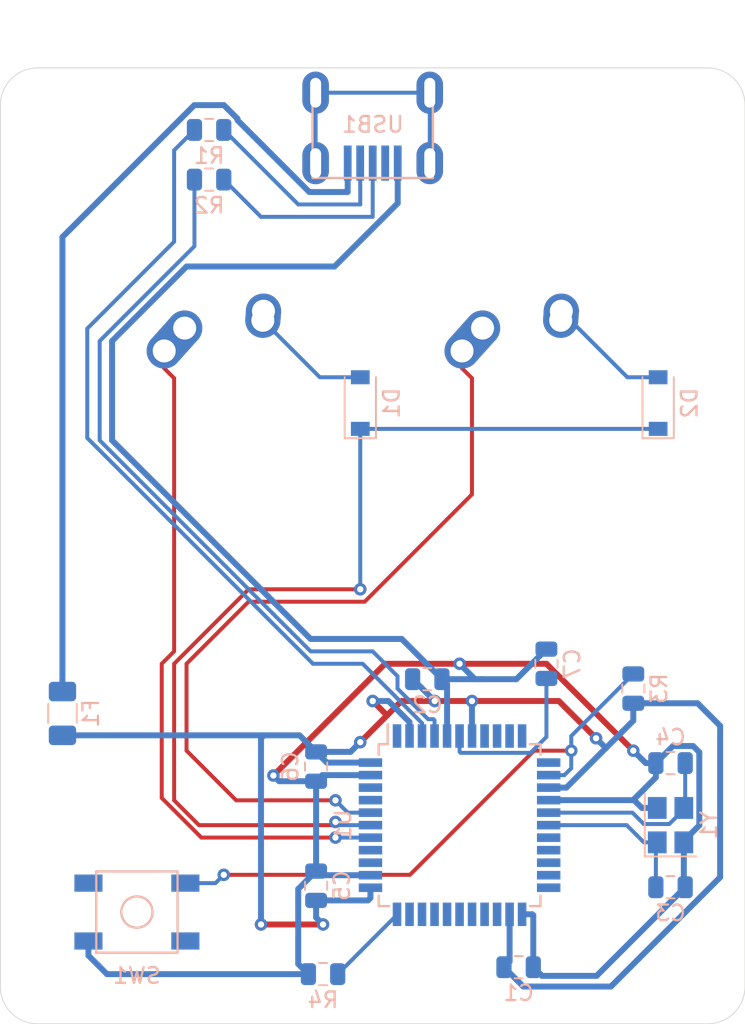
<source format=kicad_pcb>
(kicad_pcb (version 20171130) (host pcbnew "(5.1.4)-1")

  (general
    (thickness 1.6)
    (drawings 8)
    (tracks 227)
    (zones 0)
    (modules 20)
    (nets 43)
  )

  (page A4)
  (layers
    (0 F.Cu signal)
    (31 B.Cu signal)
    (32 B.Adhes user)
    (33 F.Adhes user)
    (34 B.Paste user)
    (35 F.Paste user)
    (36 B.SilkS user)
    (37 F.SilkS user)
    (38 B.Mask user)
    (39 F.Mask user)
    (40 Dwgs.User user)
    (41 Cmts.User user)
    (42 Eco1.User user)
    (43 Eco2.User user)
    (44 Edge.Cuts user)
    (45 Margin user)
    (46 B.CrtYd user)
    (47 F.CrtYd user)
    (48 B.Fab user)
    (49 F.Fab user)
  )

  (setup
    (last_trace_width 0.254)
    (trace_clearance 0.2)
    (zone_clearance 0.508)
    (zone_45_only no)
    (trace_min 0.2)
    (via_size 0.8)
    (via_drill 0.4)
    (via_min_size 0.4)
    (via_min_drill 0.3)
    (uvia_size 0.3)
    (uvia_drill 0.1)
    (uvias_allowed no)
    (uvia_min_size 0.2)
    (uvia_min_drill 0.1)
    (edge_width 0.05)
    (segment_width 0.2)
    (pcb_text_width 0.3)
    (pcb_text_size 1.5 1.5)
    (mod_edge_width 0.12)
    (mod_text_size 1 1)
    (mod_text_width 0.15)
    (pad_size 1.524 1.524)
    (pad_drill 0.762)
    (pad_to_mask_clearance 0.051)
    (solder_mask_min_width 0.25)
    (aux_axis_origin 0 0)
    (grid_origin 174.625 86.51875)
    (visible_elements FFFFFF7F)
    (pcbplotparams
      (layerselection 0x010fc_ffffffff)
      (usegerberextensions false)
      (usegerberattributes false)
      (usegerberadvancedattributes false)
      (creategerberjobfile false)
      (excludeedgelayer true)
      (linewidth 0.100000)
      (plotframeref false)
      (viasonmask false)
      (mode 1)
      (useauxorigin false)
      (hpglpennumber 1)
      (hpglpenspeed 20)
      (hpglpendiameter 15.000000)
      (psnegative false)
      (psa4output false)
      (plotreference true)
      (plotvalue true)
      (plotinvisibletext false)
      (padsonsilk false)
      (subtractmaskfromsilk false)
      (outputformat 1)
      (mirror false)
      (drillshape 1)
      (scaleselection 1)
      (outputdirectory ""))
  )

  (net 0 "")
  (net 1 GND)
  (net 2 +5V)
  (net 3 "Net-(C3-Pad1)")
  (net 4 "Net-(C4-Pad1)")
  (net 5 "Net-(C7-Pad1)")
  (net 6 "Net-(D1-Pad2)")
  (net 7 ROW0)
  (net 8 "Net-(D2-Pad2)")
  (net 9 VCC)
  (net 10 COL0)
  (net 11 COL1)
  (net 12 D-)
  (net 13 "Net-(R1-Pad1)")
  (net 14 D+)
  (net 15 "Net-(R2-Pad1)")
  (net 16 "Net-(R3-Pad2)")
  (net 17 "Net-(R4-Pad2)")
  (net 18 "Net-(U1-Pad42)")
  (net 19 "Net-(U1-Pad41)")
  (net 20 "Net-(U1-Pad37)")
  (net 21 "Net-(U1-Pad36)")
  (net 22 "Net-(U1-Pad32)")
  (net 23 "Net-(U1-Pad31)")
  (net 24 "Net-(U1-Pad30)")
  (net 25 "Net-(U1-Pad29)")
  (net 26 "Net-(U1-Pad28)")
  (net 27 "Net-(U1-Pad27)")
  (net 28 "Net-(U1-Pad26)")
  (net 29 "Net-(U1-Pad25)")
  (net 30 "Net-(U1-Pad22)")
  (net 31 "Net-(U1-Pad21)")
  (net 32 "Net-(U1-Pad20)")
  (net 33 "Net-(U1-Pad19)")
  (net 34 "Net-(U1-Pad18)")
  (net 35 "Net-(U1-Pad12)")
  (net 36 "Net-(U1-Pad11)")
  (net 37 "Net-(U1-Pad10)")
  (net 38 "Net-(U1-Pad9)")
  (net 39 "Net-(U1-Pad8)")
  (net 40 "Net-(U1-Pad1)")
  (net 41 "Net-(USB1-Pad6)")
  (net 42 "Net-(USB1-Pad2)")

  (net_class Default "This is the default net class."
    (clearance 0.2)
    (trace_width 0.254)
    (via_dia 0.8)
    (via_drill 0.4)
    (uvia_dia 0.3)
    (uvia_drill 0.1)
    (add_net COL0)
    (add_net COL1)
    (add_net D+)
    (add_net D-)
    (add_net "Net-(C3-Pad1)")
    (add_net "Net-(C4-Pad1)")
    (add_net "Net-(C7-Pad1)")
    (add_net "Net-(D1-Pad2)")
    (add_net "Net-(D2-Pad2)")
    (add_net "Net-(R1-Pad1)")
    (add_net "Net-(R2-Pad1)")
    (add_net "Net-(R3-Pad2)")
    (add_net "Net-(R4-Pad2)")
    (add_net "Net-(U1-Pad1)")
    (add_net "Net-(U1-Pad10)")
    (add_net "Net-(U1-Pad11)")
    (add_net "Net-(U1-Pad12)")
    (add_net "Net-(U1-Pad18)")
    (add_net "Net-(U1-Pad19)")
    (add_net "Net-(U1-Pad20)")
    (add_net "Net-(U1-Pad21)")
    (add_net "Net-(U1-Pad22)")
    (add_net "Net-(U1-Pad25)")
    (add_net "Net-(U1-Pad26)")
    (add_net "Net-(U1-Pad27)")
    (add_net "Net-(U1-Pad28)")
    (add_net "Net-(U1-Pad29)")
    (add_net "Net-(U1-Pad30)")
    (add_net "Net-(U1-Pad31)")
    (add_net "Net-(U1-Pad32)")
    (add_net "Net-(U1-Pad36)")
    (add_net "Net-(U1-Pad37)")
    (add_net "Net-(U1-Pad41)")
    (add_net "Net-(U1-Pad42)")
    (add_net "Net-(U1-Pad8)")
    (add_net "Net-(U1-Pad9)")
    (add_net "Net-(USB1-Pad2)")
    (add_net "Net-(USB1-Pad6)")
    (add_net ROW0)
  )

  (net_class Power ""
    (clearance 0.2)
    (trace_width 0.381)
    (via_dia 0.8)
    (via_drill 0.4)
    (uvia_dia 0.3)
    (uvia_drill 0.1)
    (add_net +5V)
    (add_net GND)
    (add_net VCC)
  )

  (module Crystal:Crystal_SMD_3225-4Pin_3.2x2.5mm (layer B.Cu) (tedit 5A0FD1B2) (tstamp 63C4AD5E)
    (at 189.70625 96.8375 90)
    (descr "SMD Crystal SERIES SMD3225/4 http://www.txccrystal.com/images/pdf/7m-accuracy.pdf, 3.2x2.5mm^2 package")
    (tags "SMD SMT crystal")
    (path /63CCAA23)
    (attr smd)
    (fp_text reference Y1 (at 0 2.45 90) (layer B.SilkS)
      (effects (font (size 1 1) (thickness 0.15)) (justify mirror))
    )
    (fp_text value 16MHz (at 0 -2.45 90) (layer B.Fab)
      (effects (font (size 1 1) (thickness 0.15)) (justify mirror))
    )
    (fp_line (start 2.1 1.7) (end -2.1 1.7) (layer B.CrtYd) (width 0.05))
    (fp_line (start 2.1 -1.7) (end 2.1 1.7) (layer B.CrtYd) (width 0.05))
    (fp_line (start -2.1 -1.7) (end 2.1 -1.7) (layer B.CrtYd) (width 0.05))
    (fp_line (start -2.1 1.7) (end -2.1 -1.7) (layer B.CrtYd) (width 0.05))
    (fp_line (start -2 -1.65) (end 2 -1.65) (layer B.SilkS) (width 0.12))
    (fp_line (start -2 1.65) (end -2 -1.65) (layer B.SilkS) (width 0.12))
    (fp_line (start -1.6 -0.25) (end -0.6 -1.25) (layer B.Fab) (width 0.1))
    (fp_line (start 1.6 1.25) (end -1.6 1.25) (layer B.Fab) (width 0.1))
    (fp_line (start 1.6 -1.25) (end 1.6 1.25) (layer B.Fab) (width 0.1))
    (fp_line (start -1.6 -1.25) (end 1.6 -1.25) (layer B.Fab) (width 0.1))
    (fp_line (start -1.6 1.25) (end -1.6 -1.25) (layer B.Fab) (width 0.1))
    (fp_text user %R (at 0 0 90) (layer B.Fab)
      (effects (font (size 0.7 0.7) (thickness 0.105)) (justify mirror))
    )
    (pad 4 smd rect (at -1.1 0.85 90) (size 1.4 1.2) (layers B.Cu B.Paste B.Mask)
      (net 1 GND))
    (pad 3 smd rect (at 1.1 0.85 90) (size 1.4 1.2) (layers B.Cu B.Paste B.Mask)
      (net 4 "Net-(C4-Pad1)"))
    (pad 2 smd rect (at 1.1 -0.85 90) (size 1.4 1.2) (layers B.Cu B.Paste B.Mask)
      (net 1 GND))
    (pad 1 smd rect (at -1.1 -0.85 90) (size 1.4 1.2) (layers B.Cu B.Paste B.Mask)
      (net 3 "Net-(C3-Pad1)"))
    (model ${KISYS3DMOD}/Crystal.3dshapes/Crystal_SMD_3225-4Pin_3.2x2.5mm.wrl
      (at (xyz 0 0 0))
      (scale (xyz 1 1 1))
      (rotate (xyz 0 0 0))
    )
  )

  (module random-keyboard-parts:Molex-0548190589 (layer B.Cu) (tedit 5C494815) (tstamp 63C4AD4A)
    (at 170.65625 50.00625 270)
    (path /63CE0F7D)
    (attr smd)
    (fp_text reference USB1 (at 2.032 0) (layer B.SilkS)
      (effects (font (size 1 1) (thickness 0.15)) (justify mirror))
    )
    (fp_text value Molex-0548190589 (at -5.08 0) (layer Dwgs.User)
      (effects (font (size 1 1) (thickness 0.15)))
    )
    (fp_text user %R (at 2 0) (layer B.CrtYd)
      (effects (font (size 1 1) (thickness 0.15)) (justify mirror))
    )
    (fp_line (start 3.25 1.25) (end 5.5 1.25) (layer B.CrtYd) (width 0.15))
    (fp_line (start 5.5 0.5) (end 3.25 0.5) (layer B.CrtYd) (width 0.15))
    (fp_line (start 3.25 -0.5) (end 5.5 -0.5) (layer B.CrtYd) (width 0.15))
    (fp_line (start 5.5 -1.25) (end 3.25 -1.25) (layer B.CrtYd) (width 0.15))
    (fp_line (start 3.25 -2) (end 5.5 -2) (layer B.CrtYd) (width 0.15))
    (fp_line (start 3.25 2) (end 3.25 -2) (layer B.CrtYd) (width 0.15))
    (fp_line (start 5.5 2) (end 3.25 2) (layer B.CrtYd) (width 0.15))
    (fp_line (start -3.75 -3.75) (end -3.75 3.75) (layer B.CrtYd) (width 0.15))
    (fp_line (start 5.5 -3.75) (end -3.75 -3.75) (layer B.CrtYd) (width 0.15))
    (fp_line (start 5.5 3.75) (end 5.5 -3.75) (layer B.CrtYd) (width 0.15))
    (fp_line (start -3.75 3.75) (end 5.5 3.75) (layer B.CrtYd) (width 0.15))
    (fp_line (start 0 3.85) (end 5.45 3.85) (layer B.SilkS) (width 0.15))
    (fp_line (start 0 -3.85) (end 5.45 -3.85) (layer B.SilkS) (width 0.15))
    (fp_line (start 5.45 3.85) (end 5.45 -3.85) (layer B.SilkS) (width 0.15))
    (fp_line (start -3.75 3.85) (end 0 3.85) (layer Dwgs.User) (width 0.15))
    (fp_line (start -3.75 -3.85) (end 0 -3.85) (layer Dwgs.User) (width 0.15))
    (fp_line (start -1.75 4.572) (end -1.75 -4.572) (layer Dwgs.User) (width 0.15))
    (fp_line (start -3.75 3.85) (end -3.75 -3.85) (layer Dwgs.User) (width 0.15))
    (pad 6 thru_hole oval (at 0 3.65 270) (size 2.7 1.7) (drill oval 1.9 0.7) (layers *.Cu *.Mask)
      (net 41 "Net-(USB1-Pad6)"))
    (pad 6 thru_hole oval (at 0 -3.65 270) (size 2.7 1.7) (drill oval 1.9 0.7) (layers *.Cu *.Mask)
      (net 41 "Net-(USB1-Pad6)"))
    (pad 6 thru_hole oval (at 4.5 -3.65 270) (size 2.7 1.7) (drill oval 1.9 0.7) (layers *.Cu *.Mask)
      (net 41 "Net-(USB1-Pad6)"))
    (pad 6 thru_hole oval (at 4.5 3.65 270) (size 2.7 1.7) (drill oval 1.9 0.7) (layers *.Cu *.Mask)
      (net 41 "Net-(USB1-Pad6)"))
    (pad 5 smd rect (at 4.5 1.6 270) (size 2.25 0.5) (layers B.Cu B.Paste B.Mask)
      (net 9 VCC))
    (pad 4 smd rect (at 4.5 0.8 270) (size 2.25 0.5) (layers B.Cu B.Paste B.Mask)
      (net 12 D-))
    (pad 3 smd rect (at 4.5 0 270) (size 2.25 0.5) (layers B.Cu B.Paste B.Mask)
      (net 14 D+))
    (pad 2 smd rect (at 4.5 -0.8 270) (size 2.25 0.5) (layers B.Cu B.Paste B.Mask)
      (net 42 "Net-(USB1-Pad2)"))
    (pad 1 smd rect (at 4.5 -1.6 270) (size 2.25 0.5) (layers B.Cu B.Paste B.Mask)
      (net 1 GND))
  )

  (module Package_QFP:TQFP-44_10x10mm_P0.8mm (layer B.Cu) (tedit 5A02F146) (tstamp 63C4AD2A)
    (at 176.2125 96.8375 270)
    (descr "44-Lead Plastic Thin Quad Flatpack (PT) - 10x10x1.0 mm Body [TQFP] (see Microchip Packaging Specification 00000049BS.pdf)")
    (tags "QFP 0.8")
    (path /63C44DE2)
    (attr smd)
    (fp_text reference U1 (at 0 7.45 90) (layer B.SilkS)
      (effects (font (size 1 1) (thickness 0.15)) (justify mirror))
    )
    (fp_text value ATmega32U4-AU (at 0 -7.45 90) (layer B.Fab)
      (effects (font (size 1 1) (thickness 0.15)) (justify mirror))
    )
    (fp_line (start -5.175 4.6) (end -6.45 4.6) (layer B.SilkS) (width 0.15))
    (fp_line (start 5.175 5.175) (end 4.5 5.175) (layer B.SilkS) (width 0.15))
    (fp_line (start 5.175 -5.175) (end 4.5 -5.175) (layer B.SilkS) (width 0.15))
    (fp_line (start -5.175 -5.175) (end -4.5 -5.175) (layer B.SilkS) (width 0.15))
    (fp_line (start -5.175 5.175) (end -4.5 5.175) (layer B.SilkS) (width 0.15))
    (fp_line (start -5.175 -5.175) (end -5.175 -4.5) (layer B.SilkS) (width 0.15))
    (fp_line (start 5.175 -5.175) (end 5.175 -4.5) (layer B.SilkS) (width 0.15))
    (fp_line (start 5.175 5.175) (end 5.175 4.5) (layer B.SilkS) (width 0.15))
    (fp_line (start -5.175 5.175) (end -5.175 4.6) (layer B.SilkS) (width 0.15))
    (fp_line (start -6.7 -6.7) (end 6.7 -6.7) (layer B.CrtYd) (width 0.05))
    (fp_line (start -6.7 6.7) (end 6.7 6.7) (layer B.CrtYd) (width 0.05))
    (fp_line (start 6.7 6.7) (end 6.7 -6.7) (layer B.CrtYd) (width 0.05))
    (fp_line (start -6.7 6.7) (end -6.7 -6.7) (layer B.CrtYd) (width 0.05))
    (fp_line (start -5 4) (end -4 5) (layer B.Fab) (width 0.15))
    (fp_line (start -5 -5) (end -5 4) (layer B.Fab) (width 0.15))
    (fp_line (start 5 -5) (end -5 -5) (layer B.Fab) (width 0.15))
    (fp_line (start 5 5) (end 5 -5) (layer B.Fab) (width 0.15))
    (fp_line (start -4 5) (end 5 5) (layer B.Fab) (width 0.15))
    (fp_text user %R (at 0 0 90) (layer B.Fab)
      (effects (font (size 1 1) (thickness 0.15)) (justify mirror))
    )
    (pad 44 smd rect (at -4 5.7 180) (size 1.5 0.55) (layers B.Cu B.Paste B.Mask)
      (net 2 +5V))
    (pad 43 smd rect (at -3.2 5.7 180) (size 1.5 0.55) (layers B.Cu B.Paste B.Mask)
      (net 1 GND))
    (pad 42 smd rect (at -2.4 5.7 180) (size 1.5 0.55) (layers B.Cu B.Paste B.Mask)
      (net 18 "Net-(U1-Pad42)"))
    (pad 41 smd rect (at -1.6 5.7 180) (size 1.5 0.55) (layers B.Cu B.Paste B.Mask)
      (net 19 "Net-(U1-Pad41)"))
    (pad 40 smd rect (at -0.8 5.7 180) (size 1.5 0.55) (layers B.Cu B.Paste B.Mask)
      (net 11 COL1))
    (pad 39 smd rect (at 0 5.7 180) (size 1.5 0.55) (layers B.Cu B.Paste B.Mask)
      (net 7 ROW0))
    (pad 38 smd rect (at 0.8 5.7 180) (size 1.5 0.55) (layers B.Cu B.Paste B.Mask)
      (net 10 COL0))
    (pad 37 smd rect (at 1.6 5.7 180) (size 1.5 0.55) (layers B.Cu B.Paste B.Mask)
      (net 20 "Net-(U1-Pad37)"))
    (pad 36 smd rect (at 2.4 5.7 180) (size 1.5 0.55) (layers B.Cu B.Paste B.Mask)
      (net 21 "Net-(U1-Pad36)"))
    (pad 35 smd rect (at 3.2 5.7 180) (size 1.5 0.55) (layers B.Cu B.Paste B.Mask)
      (net 1 GND))
    (pad 34 smd rect (at 4 5.7 180) (size 1.5 0.55) (layers B.Cu B.Paste B.Mask)
      (net 2 +5V))
    (pad 33 smd rect (at 5.7 4 270) (size 1.5 0.55) (layers B.Cu B.Paste B.Mask)
      (net 17 "Net-(R4-Pad2)"))
    (pad 32 smd rect (at 5.7 3.2 270) (size 1.5 0.55) (layers B.Cu B.Paste B.Mask)
      (net 22 "Net-(U1-Pad32)"))
    (pad 31 smd rect (at 5.7 2.4 270) (size 1.5 0.55) (layers B.Cu B.Paste B.Mask)
      (net 23 "Net-(U1-Pad31)"))
    (pad 30 smd rect (at 5.7 1.6 270) (size 1.5 0.55) (layers B.Cu B.Paste B.Mask)
      (net 24 "Net-(U1-Pad30)"))
    (pad 29 smd rect (at 5.7 0.8 270) (size 1.5 0.55) (layers B.Cu B.Paste B.Mask)
      (net 25 "Net-(U1-Pad29)"))
    (pad 28 smd rect (at 5.7 0 270) (size 1.5 0.55) (layers B.Cu B.Paste B.Mask)
      (net 26 "Net-(U1-Pad28)"))
    (pad 27 smd rect (at 5.7 -0.8 270) (size 1.5 0.55) (layers B.Cu B.Paste B.Mask)
      (net 27 "Net-(U1-Pad27)"))
    (pad 26 smd rect (at 5.7 -1.6 270) (size 1.5 0.55) (layers B.Cu B.Paste B.Mask)
      (net 28 "Net-(U1-Pad26)"))
    (pad 25 smd rect (at 5.7 -2.4 270) (size 1.5 0.55) (layers B.Cu B.Paste B.Mask)
      (net 29 "Net-(U1-Pad25)"))
    (pad 24 smd rect (at 5.7 -3.2 270) (size 1.5 0.55) (layers B.Cu B.Paste B.Mask)
      (net 2 +5V))
    (pad 23 smd rect (at 5.7 -4 270) (size 1.5 0.55) (layers B.Cu B.Paste B.Mask)
      (net 1 GND))
    (pad 22 smd rect (at 4 -5.7 180) (size 1.5 0.55) (layers B.Cu B.Paste B.Mask)
      (net 30 "Net-(U1-Pad22)"))
    (pad 21 smd rect (at 3.2 -5.7 180) (size 1.5 0.55) (layers B.Cu B.Paste B.Mask)
      (net 31 "Net-(U1-Pad21)"))
    (pad 20 smd rect (at 2.4 -5.7 180) (size 1.5 0.55) (layers B.Cu B.Paste B.Mask)
      (net 32 "Net-(U1-Pad20)"))
    (pad 19 smd rect (at 1.6 -5.7 180) (size 1.5 0.55) (layers B.Cu B.Paste B.Mask)
      (net 33 "Net-(U1-Pad19)"))
    (pad 18 smd rect (at 0.8 -5.7 180) (size 1.5 0.55) (layers B.Cu B.Paste B.Mask)
      (net 34 "Net-(U1-Pad18)"))
    (pad 17 smd rect (at 0 -5.7 180) (size 1.5 0.55) (layers B.Cu B.Paste B.Mask)
      (net 3 "Net-(C3-Pad1)"))
    (pad 16 smd rect (at -0.8 -5.7 180) (size 1.5 0.55) (layers B.Cu B.Paste B.Mask)
      (net 4 "Net-(C4-Pad1)"))
    (pad 15 smd rect (at -1.6 -5.7 180) (size 1.5 0.55) (layers B.Cu B.Paste B.Mask)
      (net 1 GND))
    (pad 14 smd rect (at -2.4 -5.7 180) (size 1.5 0.55) (layers B.Cu B.Paste B.Mask)
      (net 2 +5V))
    (pad 13 smd rect (at -3.2 -5.7 180) (size 1.5 0.55) (layers B.Cu B.Paste B.Mask)
      (net 16 "Net-(R3-Pad2)"))
    (pad 12 smd rect (at -4 -5.7 180) (size 1.5 0.55) (layers B.Cu B.Paste B.Mask)
      (net 35 "Net-(U1-Pad12)"))
    (pad 11 smd rect (at -5.7 -4 270) (size 1.5 0.55) (layers B.Cu B.Paste B.Mask)
      (net 36 "Net-(U1-Pad11)"))
    (pad 10 smd rect (at -5.7 -3.2 270) (size 1.5 0.55) (layers B.Cu B.Paste B.Mask)
      (net 37 "Net-(U1-Pad10)"))
    (pad 9 smd rect (at -5.7 -2.4 270) (size 1.5 0.55) (layers B.Cu B.Paste B.Mask)
      (net 38 "Net-(U1-Pad9)"))
    (pad 8 smd rect (at -5.7 -1.6 270) (size 1.5 0.55) (layers B.Cu B.Paste B.Mask)
      (net 39 "Net-(U1-Pad8)"))
    (pad 7 smd rect (at -5.7 -0.8 270) (size 1.5 0.55) (layers B.Cu B.Paste B.Mask)
      (net 2 +5V))
    (pad 6 smd rect (at -5.7 0 270) (size 1.5 0.55) (layers B.Cu B.Paste B.Mask)
      (net 5 "Net-(C7-Pad1)"))
    (pad 5 smd rect (at -5.7 0.8 270) (size 1.5 0.55) (layers B.Cu B.Paste B.Mask)
      (net 1 GND))
    (pad 4 smd rect (at -5.7 1.6 270) (size 1.5 0.55) (layers B.Cu B.Paste B.Mask)
      (net 15 "Net-(R2-Pad1)"))
    (pad 3 smd rect (at -5.7 2.4 270) (size 1.5 0.55) (layers B.Cu B.Paste B.Mask)
      (net 13 "Net-(R1-Pad1)"))
    (pad 2 smd rect (at -5.7 3.2 270) (size 1.5 0.55) (layers B.Cu B.Paste B.Mask)
      (net 2 +5V))
    (pad 1 smd rect (at -5.7 4 270) (size 1.5 0.55) (layers B.Cu B.Paste B.Mask)
      (net 40 "Net-(U1-Pad1)"))
    (model ${KISYS3DMOD}/Package_QFP.3dshapes/TQFP-44_10x10mm_P0.8mm.wrl
      (at (xyz 0 0 0))
      (scale (xyz 1 1 1))
      (rotate (xyz 0 0 0))
    )
  )

  (module random-keyboard-parts:SKQG-1155865 (layer B.Cu) (tedit 5E62B398) (tstamp 63C4ACE7)
    (at 155.575 102.39375 180)
    (path /63CD5DE7)
    (attr smd)
    (fp_text reference SW1 (at 0 -4.064) (layer B.SilkS)
      (effects (font (size 1 1) (thickness 0.15)) (justify mirror))
    )
    (fp_text value SW_Push (at 0 4.064) (layer B.Fab)
      (effects (font (size 1 1) (thickness 0.15)) (justify mirror))
    )
    (fp_line (start -2.6 2.6) (end 2.6 2.6) (layer B.SilkS) (width 0.15))
    (fp_line (start 2.6 2.6) (end 2.6 -2.6) (layer B.SilkS) (width 0.15))
    (fp_line (start 2.6 -2.6) (end -2.6 -2.6) (layer B.SilkS) (width 0.15))
    (fp_line (start -2.6 -2.6) (end -2.6 2.6) (layer B.SilkS) (width 0.15))
    (fp_circle (center 0 0) (end 1 0) (layer B.SilkS) (width 0.15))
    (fp_line (start -4.2 2.6) (end 4.2 2.6) (layer B.Fab) (width 0.15))
    (fp_line (start 4.2 2.6) (end 4.2 1.2) (layer B.Fab) (width 0.15))
    (fp_line (start 4.2 1.1) (end 2.6 1.1) (layer B.Fab) (width 0.15))
    (fp_line (start 2.6 1.1) (end 2.6 -1.1) (layer B.Fab) (width 0.15))
    (fp_line (start 2.6 -1.1) (end 4.2 -1.1) (layer B.Fab) (width 0.15))
    (fp_line (start 4.2 -1.1) (end 4.2 -2.6) (layer B.Fab) (width 0.15))
    (fp_line (start 4.2 -2.6) (end -4.2 -2.6) (layer B.Fab) (width 0.15))
    (fp_line (start -4.2 -2.6) (end -4.2 -1.1) (layer B.Fab) (width 0.15))
    (fp_line (start -4.2 -1.1) (end -2.6 -1.1) (layer B.Fab) (width 0.15))
    (fp_line (start -2.6 -1.1) (end -2.6 1.1) (layer B.Fab) (width 0.15))
    (fp_line (start -2.6 1.1) (end -4.2 1.1) (layer B.Fab) (width 0.15))
    (fp_line (start -4.2 1.1) (end -4.2 2.6) (layer B.Fab) (width 0.15))
    (fp_circle (center 0 0) (end 1 0) (layer B.Fab) (width 0.15))
    (fp_line (start -2.6 1.1) (end -1.1 2.6) (layer B.Fab) (width 0.15))
    (fp_line (start 2.6 1.1) (end 1.1 2.6) (layer B.Fab) (width 0.15))
    (fp_line (start 2.6 -1.1) (end 1.1 -2.6) (layer B.Fab) (width 0.15))
    (fp_line (start -2.6 -1.1) (end -1.1 -2.6) (layer B.Fab) (width 0.15))
    (pad 4 smd rect (at -3.1 -1.85 180) (size 1.8 1.1) (layers B.Cu B.Paste B.Mask))
    (pad 3 smd rect (at 3.1 1.85 180) (size 1.8 1.1) (layers B.Cu B.Paste B.Mask))
    (pad 2 smd rect (at -3.1 1.85 180) (size 1.8 1.1) (layers B.Cu B.Paste B.Mask)
      (net 16 "Net-(R3-Pad2)"))
    (pad 1 smd rect (at 3.1 -1.85 180) (size 1.8 1.1) (layers B.Cu B.Paste B.Mask)
      (net 1 GND))
    (model ${KISYS3DMOD}/Button_Switch_SMD.3dshapes/SW_SPST_TL3342.step
      (at (xyz 0 0 0))
      (scale (xyz 1 1 1))
      (rotate (xyz 0 0 0))
    )
  )

  (module Resistor_SMD:R_0805_2012Metric (layer B.Cu) (tedit 5B36C52B) (tstamp 63C4ACC9)
    (at 167.48125 106.3625)
    (descr "Resistor SMD 0805 (2012 Metric), square (rectangular) end terminal, IPC_7351 nominal, (Body size source: https://docs.google.com/spreadsheets/d/1BsfQQcO9C6DZCsRaXUlFlo91Tg2WpOkGARC1WS5S8t0/edit?usp=sharing), generated with kicad-footprint-generator")
    (tags resistor)
    (path /63C4AB80)
    (attr smd)
    (fp_text reference R4 (at 0 1.65) (layer B.SilkS)
      (effects (font (size 1 1) (thickness 0.15)) (justify mirror))
    )
    (fp_text value 10k (at 0 -1.65) (layer B.Fab)
      (effects (font (size 1 1) (thickness 0.15)) (justify mirror))
    )
    (fp_text user %R (at 0 0) (layer B.Fab)
      (effects (font (size 0.5 0.5) (thickness 0.08)) (justify mirror))
    )
    (fp_line (start 1.68 -0.95) (end -1.68 -0.95) (layer B.CrtYd) (width 0.05))
    (fp_line (start 1.68 0.95) (end 1.68 -0.95) (layer B.CrtYd) (width 0.05))
    (fp_line (start -1.68 0.95) (end 1.68 0.95) (layer B.CrtYd) (width 0.05))
    (fp_line (start -1.68 -0.95) (end -1.68 0.95) (layer B.CrtYd) (width 0.05))
    (fp_line (start -0.258578 -0.71) (end 0.258578 -0.71) (layer B.SilkS) (width 0.12))
    (fp_line (start -0.258578 0.71) (end 0.258578 0.71) (layer B.SilkS) (width 0.12))
    (fp_line (start 1 -0.6) (end -1 -0.6) (layer B.Fab) (width 0.1))
    (fp_line (start 1 0.6) (end 1 -0.6) (layer B.Fab) (width 0.1))
    (fp_line (start -1 0.6) (end 1 0.6) (layer B.Fab) (width 0.1))
    (fp_line (start -1 -0.6) (end -1 0.6) (layer B.Fab) (width 0.1))
    (pad 2 smd roundrect (at 0.9375 0) (size 0.975 1.4) (layers B.Cu B.Paste B.Mask) (roundrect_rratio 0.25)
      (net 17 "Net-(R4-Pad2)"))
    (pad 1 smd roundrect (at -0.9375 0) (size 0.975 1.4) (layers B.Cu B.Paste B.Mask) (roundrect_rratio 0.25)
      (net 1 GND))
    (model ${KISYS3DMOD}/Resistor_SMD.3dshapes/R_0805_2012Metric.wrl
      (at (xyz 0 0 0))
      (scale (xyz 1 1 1))
      (rotate (xyz 0 0 0))
    )
  )

  (module Resistor_SMD:R_0805_2012Metric (layer B.Cu) (tedit 5B36C52B) (tstamp 63C4ACB8)
    (at 187.325 88.10625 90)
    (descr "Resistor SMD 0805 (2012 Metric), square (rectangular) end terminal, IPC_7351 nominal, (Body size source: https://docs.google.com/spreadsheets/d/1BsfQQcO9C6DZCsRaXUlFlo91Tg2WpOkGARC1WS5S8t0/edit?usp=sharing), generated with kicad-footprint-generator")
    (tags resistor)
    (path /63CD8872)
    (attr smd)
    (fp_text reference R3 (at 0 1.65 90) (layer B.SilkS)
      (effects (font (size 1 1) (thickness 0.15)) (justify mirror))
    )
    (fp_text value 10k (at 0 -1.65 90) (layer B.Fab)
      (effects (font (size 1 1) (thickness 0.15)) (justify mirror))
    )
    (fp_text user %R (at 0 0 90) (layer B.Fab)
      (effects (font (size 0.5 0.5) (thickness 0.08)) (justify mirror))
    )
    (fp_line (start 1.68 -0.95) (end -1.68 -0.95) (layer B.CrtYd) (width 0.05))
    (fp_line (start 1.68 0.95) (end 1.68 -0.95) (layer B.CrtYd) (width 0.05))
    (fp_line (start -1.68 0.95) (end 1.68 0.95) (layer B.CrtYd) (width 0.05))
    (fp_line (start -1.68 -0.95) (end -1.68 0.95) (layer B.CrtYd) (width 0.05))
    (fp_line (start -0.258578 -0.71) (end 0.258578 -0.71) (layer B.SilkS) (width 0.12))
    (fp_line (start -0.258578 0.71) (end 0.258578 0.71) (layer B.SilkS) (width 0.12))
    (fp_line (start 1 -0.6) (end -1 -0.6) (layer B.Fab) (width 0.1))
    (fp_line (start 1 0.6) (end 1 -0.6) (layer B.Fab) (width 0.1))
    (fp_line (start -1 0.6) (end 1 0.6) (layer B.Fab) (width 0.1))
    (fp_line (start -1 -0.6) (end -1 0.6) (layer B.Fab) (width 0.1))
    (pad 2 smd roundrect (at 0.9375 0 90) (size 0.975 1.4) (layers B.Cu B.Paste B.Mask) (roundrect_rratio 0.25)
      (net 16 "Net-(R3-Pad2)"))
    (pad 1 smd roundrect (at -0.9375 0 90) (size 0.975 1.4) (layers B.Cu B.Paste B.Mask) (roundrect_rratio 0.25)
      (net 2 +5V))
    (model ${KISYS3DMOD}/Resistor_SMD.3dshapes/R_0805_2012Metric.wrl
      (at (xyz 0 0 0))
      (scale (xyz 1 1 1))
      (rotate (xyz 0 0 0))
    )
  )

  (module Resistor_SMD:R_0805_2012Metric (layer B.Cu) (tedit 5B36C52B) (tstamp 63C4ACA7)
    (at 160.19375 55.5625)
    (descr "Resistor SMD 0805 (2012 Metric), square (rectangular) end terminal, IPC_7351 nominal, (Body size source: https://docs.google.com/spreadsheets/d/1BsfQQcO9C6DZCsRaXUlFlo91Tg2WpOkGARC1WS5S8t0/edit?usp=sharing), generated with kicad-footprint-generator")
    (tags resistor)
    (path /63C4FD77)
    (attr smd)
    (fp_text reference R2 (at 0 1.65) (layer B.SilkS)
      (effects (font (size 1 1) (thickness 0.15)) (justify mirror))
    )
    (fp_text value 22 (at 0 -1.65) (layer B.Fab)
      (effects (font (size 1 1) (thickness 0.15)) (justify mirror))
    )
    (fp_text user %R (at 0 0) (layer B.Fab)
      (effects (font (size 0.5 0.5) (thickness 0.08)) (justify mirror))
    )
    (fp_line (start 1.68 -0.95) (end -1.68 -0.95) (layer B.CrtYd) (width 0.05))
    (fp_line (start 1.68 0.95) (end 1.68 -0.95) (layer B.CrtYd) (width 0.05))
    (fp_line (start -1.68 0.95) (end 1.68 0.95) (layer B.CrtYd) (width 0.05))
    (fp_line (start -1.68 -0.95) (end -1.68 0.95) (layer B.CrtYd) (width 0.05))
    (fp_line (start -0.258578 -0.71) (end 0.258578 -0.71) (layer B.SilkS) (width 0.12))
    (fp_line (start -0.258578 0.71) (end 0.258578 0.71) (layer B.SilkS) (width 0.12))
    (fp_line (start 1 -0.6) (end -1 -0.6) (layer B.Fab) (width 0.1))
    (fp_line (start 1 0.6) (end 1 -0.6) (layer B.Fab) (width 0.1))
    (fp_line (start -1 0.6) (end 1 0.6) (layer B.Fab) (width 0.1))
    (fp_line (start -1 -0.6) (end -1 0.6) (layer B.Fab) (width 0.1))
    (pad 2 smd roundrect (at 0.9375 0) (size 0.975 1.4) (layers B.Cu B.Paste B.Mask) (roundrect_rratio 0.25)
      (net 14 D+))
    (pad 1 smd roundrect (at -0.9375 0) (size 0.975 1.4) (layers B.Cu B.Paste B.Mask) (roundrect_rratio 0.25)
      (net 15 "Net-(R2-Pad1)"))
    (model ${KISYS3DMOD}/Resistor_SMD.3dshapes/R_0805_2012Metric.wrl
      (at (xyz 0 0 0))
      (scale (xyz 1 1 1))
      (rotate (xyz 0 0 0))
    )
  )

  (module Resistor_SMD:R_0805_2012Metric (layer B.Cu) (tedit 5B36C52B) (tstamp 63C4AC96)
    (at 160.19375 52.3875)
    (descr "Resistor SMD 0805 (2012 Metric), square (rectangular) end terminal, IPC_7351 nominal, (Body size source: https://docs.google.com/spreadsheets/d/1BsfQQcO9C6DZCsRaXUlFlo91Tg2WpOkGARC1WS5S8t0/edit?usp=sharing), generated with kicad-footprint-generator")
    (tags resistor)
    (path /63C50F8E)
    (attr smd)
    (fp_text reference R1 (at 0 1.65 180) (layer B.SilkS)
      (effects (font (size 1 1) (thickness 0.15)) (justify mirror))
    )
    (fp_text value 22 (at 0 -1.65 180) (layer B.Fab)
      (effects (font (size 1 1) (thickness 0.15)) (justify mirror))
    )
    (fp_text user %R (at 0 0 180) (layer B.Fab)
      (effects (font (size 0.5 0.5) (thickness 0.08)) (justify mirror))
    )
    (fp_line (start 1.68 -0.95) (end -1.68 -0.95) (layer B.CrtYd) (width 0.05))
    (fp_line (start 1.68 0.95) (end 1.68 -0.95) (layer B.CrtYd) (width 0.05))
    (fp_line (start -1.68 0.95) (end 1.68 0.95) (layer B.CrtYd) (width 0.05))
    (fp_line (start -1.68 -0.95) (end -1.68 0.95) (layer B.CrtYd) (width 0.05))
    (fp_line (start -0.258578 -0.71) (end 0.258578 -0.71) (layer B.SilkS) (width 0.12))
    (fp_line (start -0.258578 0.71) (end 0.258578 0.71) (layer B.SilkS) (width 0.12))
    (fp_line (start 1 -0.6) (end -1 -0.6) (layer B.Fab) (width 0.1))
    (fp_line (start 1 0.6) (end 1 -0.6) (layer B.Fab) (width 0.1))
    (fp_line (start -1 0.6) (end 1 0.6) (layer B.Fab) (width 0.1))
    (fp_line (start -1 -0.6) (end -1 0.6) (layer B.Fab) (width 0.1))
    (pad 2 smd roundrect (at 0.9375 0) (size 0.975 1.4) (layers B.Cu B.Paste B.Mask) (roundrect_rratio 0.25)
      (net 12 D-))
    (pad 1 smd roundrect (at -0.9375 0) (size 0.975 1.4) (layers B.Cu B.Paste B.Mask) (roundrect_rratio 0.25)
      (net 13 "Net-(R1-Pad1)"))
    (model ${KISYS3DMOD}/Resistor_SMD.3dshapes/R_0805_2012Metric.wrl
      (at (xyz 0 0 0))
      (scale (xyz 1 1 1))
      (rotate (xyz 0 0 0))
    )
  )

  (module MX_Alps_Hybrid:MX-1U-NoLED (layer F.Cu) (tedit 5A9F5203) (tstamp 63C4AC85)
    (at 180.18125 69.05625)
    (path /63CF6D29)
    (fp_text reference MX2 (at 0 3.175) (layer Dwgs.User)
      (effects (font (size 1 1) (thickness 0.15)))
    )
    (fp_text value MX-NoLED (at 0 -7.9375) (layer Dwgs.User)
      (effects (font (size 1 1) (thickness 0.15)))
    )
    (fp_line (start -9.525 9.525) (end -9.525 -9.525) (layer Dwgs.User) (width 0.15))
    (fp_line (start 9.525 9.525) (end -9.525 9.525) (layer Dwgs.User) (width 0.15))
    (fp_line (start 9.525 -9.525) (end 9.525 9.525) (layer Dwgs.User) (width 0.15))
    (fp_line (start -9.525 -9.525) (end 9.525 -9.525) (layer Dwgs.User) (width 0.15))
    (fp_line (start -7 -7) (end -7 -5) (layer Dwgs.User) (width 0.15))
    (fp_line (start -5 -7) (end -7 -7) (layer Dwgs.User) (width 0.15))
    (fp_line (start -7 7) (end -5 7) (layer Dwgs.User) (width 0.15))
    (fp_line (start -7 5) (end -7 7) (layer Dwgs.User) (width 0.15))
    (fp_line (start 7 7) (end 7 5) (layer Dwgs.User) (width 0.15))
    (fp_line (start 5 7) (end 7 7) (layer Dwgs.User) (width 0.15))
    (fp_line (start 7 -7) (end 7 -5) (layer Dwgs.User) (width 0.15))
    (fp_line (start 5 -7) (end 7 -7) (layer Dwgs.User) (width 0.15))
    (pad "" np_thru_hole circle (at 5.08 0 48.0996) (size 1.75 1.75) (drill 1.75) (layers *.Cu *.Mask))
    (pad "" np_thru_hole circle (at -5.08 0 48.0996) (size 1.75 1.75) (drill 1.75) (layers *.Cu *.Mask))
    (pad 1 thru_hole circle (at -2.5 -4) (size 2.25 2.25) (drill 1.47) (layers *.Cu B.Mask)
      (net 11 COL1))
    (pad "" np_thru_hole circle (at 0 0) (size 3.9878 3.9878) (drill 3.9878) (layers *.Cu *.Mask))
    (pad 1 thru_hole oval (at -3.81 -2.54 48.0996) (size 4.211556 2.25) (drill 1.47 (offset 0.980778 0)) (layers *.Cu B.Mask)
      (net 11 COL1))
    (pad 2 thru_hole circle (at 2.54 -5.08) (size 2.25 2.25) (drill 1.47) (layers *.Cu B.Mask)
      (net 8 "Net-(D2-Pad2)"))
    (pad 2 thru_hole oval (at 2.5 -4.5 86.0548) (size 2.831378 2.25) (drill 1.47 (offset 0.290689 0)) (layers *.Cu B.Mask)
      (net 8 "Net-(D2-Pad2)"))
  )

  (module MX_Alps_Hybrid:MX-1U-NoLED (layer F.Cu) (tedit 5A9F5203) (tstamp 63C4AC6E)
    (at 161.13125 69.05625)
    (path /63CEF074)
    (fp_text reference MX1 (at 0 3.175) (layer Dwgs.User)
      (effects (font (size 1 1) (thickness 0.15)))
    )
    (fp_text value MX-NoLED (at 0 -7.9375) (layer Dwgs.User)
      (effects (font (size 1 1) (thickness 0.15)))
    )
    (fp_line (start -9.525 9.525) (end -9.525 -9.525) (layer Dwgs.User) (width 0.15))
    (fp_line (start 9.525 9.525) (end -9.525 9.525) (layer Dwgs.User) (width 0.15))
    (fp_line (start 9.525 -9.525) (end 9.525 9.525) (layer Dwgs.User) (width 0.15))
    (fp_line (start -9.525 -9.525) (end 9.525 -9.525) (layer Dwgs.User) (width 0.15))
    (fp_line (start -7 -7) (end -7 -5) (layer Dwgs.User) (width 0.15))
    (fp_line (start -5 -7) (end -7 -7) (layer Dwgs.User) (width 0.15))
    (fp_line (start -7 7) (end -5 7) (layer Dwgs.User) (width 0.15))
    (fp_line (start -7 5) (end -7 7) (layer Dwgs.User) (width 0.15))
    (fp_line (start 7 7) (end 7 5) (layer Dwgs.User) (width 0.15))
    (fp_line (start 5 7) (end 7 7) (layer Dwgs.User) (width 0.15))
    (fp_line (start 7 -7) (end 7 -5) (layer Dwgs.User) (width 0.15))
    (fp_line (start 5 -7) (end 7 -7) (layer Dwgs.User) (width 0.15))
    (pad "" np_thru_hole circle (at 5.08 0 48.0996) (size 1.75 1.75) (drill 1.75) (layers *.Cu *.Mask))
    (pad "" np_thru_hole circle (at -5.08 0 48.0996) (size 1.75 1.75) (drill 1.75) (layers *.Cu *.Mask))
    (pad 1 thru_hole circle (at -2.5 -4) (size 2.25 2.25) (drill 1.47) (layers *.Cu B.Mask)
      (net 10 COL0))
    (pad "" np_thru_hole circle (at 0 0) (size 3.9878 3.9878) (drill 3.9878) (layers *.Cu *.Mask))
    (pad 1 thru_hole oval (at -3.81 -2.54 48.0996) (size 4.211556 2.25) (drill 1.47 (offset 0.980778 0)) (layers *.Cu B.Mask)
      (net 10 COL0))
    (pad 2 thru_hole circle (at 2.54 -5.08) (size 2.25 2.25) (drill 1.47) (layers *.Cu B.Mask)
      (net 6 "Net-(D1-Pad2)"))
    (pad 2 thru_hole oval (at 2.5 -4.5 86.0548) (size 2.831378 2.25) (drill 1.47 (offset 0.290689 0)) (layers *.Cu B.Mask)
      (net 6 "Net-(D1-Pad2)"))
  )

  (module Fuse:Fuse_1206_3216Metric (layer B.Cu) (tedit 5B301BBE) (tstamp 63C4AC57)
    (at 150.8125 89.69375 90)
    (descr "Fuse SMD 1206 (3216 Metric), square (rectangular) end terminal, IPC_7351 nominal, (Body size source: http://www.tortai-tech.com/upload/download/2011102023233369053.pdf), generated with kicad-footprint-generator")
    (tags resistor)
    (path /63CE9399)
    (attr smd)
    (fp_text reference F1 (at 0 1.82 90) (layer B.SilkS)
      (effects (font (size 1 1) (thickness 0.15)) (justify mirror))
    )
    (fp_text value Polyfuse_Small (at 0 -1.82 90) (layer B.Fab)
      (effects (font (size 1 1) (thickness 0.15)) (justify mirror))
    )
    (fp_text user %R (at 0 0 90) (layer B.Fab)
      (effects (font (size 0.8 0.8) (thickness 0.12)) (justify mirror))
    )
    (fp_line (start 2.28 -1.12) (end -2.28 -1.12) (layer B.CrtYd) (width 0.05))
    (fp_line (start 2.28 1.12) (end 2.28 -1.12) (layer B.CrtYd) (width 0.05))
    (fp_line (start -2.28 1.12) (end 2.28 1.12) (layer B.CrtYd) (width 0.05))
    (fp_line (start -2.28 -1.12) (end -2.28 1.12) (layer B.CrtYd) (width 0.05))
    (fp_line (start -0.602064 -0.91) (end 0.602064 -0.91) (layer B.SilkS) (width 0.12))
    (fp_line (start -0.602064 0.91) (end 0.602064 0.91) (layer B.SilkS) (width 0.12))
    (fp_line (start 1.6 -0.8) (end -1.6 -0.8) (layer B.Fab) (width 0.1))
    (fp_line (start 1.6 0.8) (end 1.6 -0.8) (layer B.Fab) (width 0.1))
    (fp_line (start -1.6 0.8) (end 1.6 0.8) (layer B.Fab) (width 0.1))
    (fp_line (start -1.6 -0.8) (end -1.6 0.8) (layer B.Fab) (width 0.1))
    (pad 2 smd roundrect (at 1.4 0 90) (size 1.25 1.75) (layers B.Cu B.Paste B.Mask) (roundrect_rratio 0.2)
      (net 9 VCC))
    (pad 1 smd roundrect (at -1.4 0 90) (size 1.25 1.75) (layers B.Cu B.Paste B.Mask) (roundrect_rratio 0.2)
      (net 2 +5V))
    (model ${KISYS3DMOD}/Fuse.3dshapes/Fuse_1206_3216Metric.wrl
      (at (xyz 0 0 0))
      (scale (xyz 1 1 1))
      (rotate (xyz 0 0 0))
    )
  )

  (module Diode_SMD:D_SOD-123 (layer B.Cu) (tedit 58645DC7) (tstamp 63C4AC46)
    (at 188.9125 69.85 90)
    (descr SOD-123)
    (tags SOD-123)
    (path /63CF6D33)
    (attr smd)
    (fp_text reference D2 (at 0 2 270) (layer B.SilkS)
      (effects (font (size 1 1) (thickness 0.15)) (justify mirror))
    )
    (fp_text value D_Small (at 0 -2.1 270) (layer B.Fab)
      (effects (font (size 1 1) (thickness 0.15)) (justify mirror))
    )
    (fp_line (start -2.25 1) (end 1.65 1) (layer B.SilkS) (width 0.12))
    (fp_line (start -2.25 -1) (end 1.65 -1) (layer B.SilkS) (width 0.12))
    (fp_line (start -2.35 1.15) (end -2.35 -1.15) (layer B.CrtYd) (width 0.05))
    (fp_line (start 2.35 -1.15) (end -2.35 -1.15) (layer B.CrtYd) (width 0.05))
    (fp_line (start 2.35 1.15) (end 2.35 -1.15) (layer B.CrtYd) (width 0.05))
    (fp_line (start -2.35 1.15) (end 2.35 1.15) (layer B.CrtYd) (width 0.05))
    (fp_line (start -1.4 0.9) (end 1.4 0.9) (layer B.Fab) (width 0.1))
    (fp_line (start 1.4 0.9) (end 1.4 -0.9) (layer B.Fab) (width 0.1))
    (fp_line (start 1.4 -0.9) (end -1.4 -0.9) (layer B.Fab) (width 0.1))
    (fp_line (start -1.4 -0.9) (end -1.4 0.9) (layer B.Fab) (width 0.1))
    (fp_line (start -0.75 0) (end -0.35 0) (layer B.Fab) (width 0.1))
    (fp_line (start -0.35 0) (end -0.35 0.55) (layer B.Fab) (width 0.1))
    (fp_line (start -0.35 0) (end -0.35 -0.55) (layer B.Fab) (width 0.1))
    (fp_line (start -0.35 0) (end 0.25 0.4) (layer B.Fab) (width 0.1))
    (fp_line (start 0.25 0.4) (end 0.25 -0.4) (layer B.Fab) (width 0.1))
    (fp_line (start 0.25 -0.4) (end -0.35 0) (layer B.Fab) (width 0.1))
    (fp_line (start 0.25 0) (end 0.75 0) (layer B.Fab) (width 0.1))
    (fp_line (start -2.25 1) (end -2.25 -1) (layer B.SilkS) (width 0.12))
    (fp_text user %R (at 0 2 270) (layer B.Fab)
      (effects (font (size 1 1) (thickness 0.15)) (justify mirror))
    )
    (pad 2 smd rect (at 1.65 0 90) (size 0.9 1.2) (layers B.Cu B.Paste B.Mask)
      (net 8 "Net-(D2-Pad2)"))
    (pad 1 smd rect (at -1.65 0 90) (size 0.9 1.2) (layers B.Cu B.Paste B.Mask)
      (net 7 ROW0))
    (model ${KISYS3DMOD}/Diode_SMD.3dshapes/D_SOD-123.wrl
      (at (xyz 0 0 0))
      (scale (xyz 1 1 1))
      (rotate (xyz 0 0 0))
    )
  )

  (module Diode_SMD:D_SOD-123 (layer B.Cu) (tedit 58645DC7) (tstamp 63C4AC2D)
    (at 169.8625 69.85 90)
    (descr SOD-123)
    (tags SOD-123)
    (path /63CF120D)
    (attr smd)
    (fp_text reference D1 (at 0 2 270) (layer B.SilkS)
      (effects (font (size 1 1) (thickness 0.15)) (justify mirror))
    )
    (fp_text value D_Small (at 0 -2.1 270) (layer B.Fab)
      (effects (font (size 1 1) (thickness 0.15)) (justify mirror))
    )
    (fp_line (start -2.25 1) (end 1.65 1) (layer B.SilkS) (width 0.12))
    (fp_line (start -2.25 -1) (end 1.65 -1) (layer B.SilkS) (width 0.12))
    (fp_line (start -2.35 1.15) (end -2.35 -1.15) (layer B.CrtYd) (width 0.05))
    (fp_line (start 2.35 -1.15) (end -2.35 -1.15) (layer B.CrtYd) (width 0.05))
    (fp_line (start 2.35 1.15) (end 2.35 -1.15) (layer B.CrtYd) (width 0.05))
    (fp_line (start -2.35 1.15) (end 2.35 1.15) (layer B.CrtYd) (width 0.05))
    (fp_line (start -1.4 0.9) (end 1.4 0.9) (layer B.Fab) (width 0.1))
    (fp_line (start 1.4 0.9) (end 1.4 -0.9) (layer B.Fab) (width 0.1))
    (fp_line (start 1.4 -0.9) (end -1.4 -0.9) (layer B.Fab) (width 0.1))
    (fp_line (start -1.4 -0.9) (end -1.4 0.9) (layer B.Fab) (width 0.1))
    (fp_line (start -0.75 0) (end -0.35 0) (layer B.Fab) (width 0.1))
    (fp_line (start -0.35 0) (end -0.35 0.55) (layer B.Fab) (width 0.1))
    (fp_line (start -0.35 0) (end -0.35 -0.55) (layer B.Fab) (width 0.1))
    (fp_line (start -0.35 0) (end 0.25 0.4) (layer B.Fab) (width 0.1))
    (fp_line (start 0.25 0.4) (end 0.25 -0.4) (layer B.Fab) (width 0.1))
    (fp_line (start 0.25 -0.4) (end -0.35 0) (layer B.Fab) (width 0.1))
    (fp_line (start 0.25 0) (end 0.75 0) (layer B.Fab) (width 0.1))
    (fp_line (start -2.25 1) (end -2.25 -1) (layer B.SilkS) (width 0.12))
    (fp_text user %R (at 0 2 270) (layer B.Fab)
      (effects (font (size 1 1) (thickness 0.15)) (justify mirror))
    )
    (pad 2 smd rect (at 1.65 0 90) (size 0.9 1.2) (layers B.Cu B.Paste B.Mask)
      (net 6 "Net-(D1-Pad2)"))
    (pad 1 smd rect (at -1.65 0 90) (size 0.9 1.2) (layers B.Cu B.Paste B.Mask)
      (net 7 ROW0))
    (model ${KISYS3DMOD}/Diode_SMD.3dshapes/D_SOD-123.wrl
      (at (xyz 0 0 0))
      (scale (xyz 1 1 1))
      (rotate (xyz 0 0 0))
    )
  )

  (module Capacitor_SMD:C_0805_2012Metric (layer B.Cu) (tedit 5B36C52B) (tstamp 63C4AC14)
    (at 181.76875 86.51875 90)
    (descr "Capacitor SMD 0805 (2012 Metric), square (rectangular) end terminal, IPC_7351 nominal, (Body size source: https://docs.google.com/spreadsheets/d/1BsfQQcO9C6DZCsRaXUlFlo91Tg2WpOkGARC1WS5S8t0/edit?usp=sharing), generated with kicad-footprint-generator")
    (tags capacitor)
    (path /63C594B9)
    (attr smd)
    (fp_text reference C7 (at 0 1.65 90) (layer B.SilkS)
      (effects (font (size 1 1) (thickness 0.15)) (justify mirror))
    )
    (fp_text value 1uF (at 0 -1.65 90) (layer B.Fab)
      (effects (font (size 1 1) (thickness 0.15)) (justify mirror))
    )
    (fp_text user %R (at 0 0 90) (layer B.Fab)
      (effects (font (size 0.5 0.5) (thickness 0.08)) (justify mirror))
    )
    (fp_line (start 1.68 -0.95) (end -1.68 -0.95) (layer B.CrtYd) (width 0.05))
    (fp_line (start 1.68 0.95) (end 1.68 -0.95) (layer B.CrtYd) (width 0.05))
    (fp_line (start -1.68 0.95) (end 1.68 0.95) (layer B.CrtYd) (width 0.05))
    (fp_line (start -1.68 -0.95) (end -1.68 0.95) (layer B.CrtYd) (width 0.05))
    (fp_line (start -0.258578 -0.71) (end 0.258578 -0.71) (layer B.SilkS) (width 0.12))
    (fp_line (start -0.258578 0.71) (end 0.258578 0.71) (layer B.SilkS) (width 0.12))
    (fp_line (start 1 -0.6) (end -1 -0.6) (layer B.Fab) (width 0.1))
    (fp_line (start 1 0.6) (end 1 -0.6) (layer B.Fab) (width 0.1))
    (fp_line (start -1 0.6) (end 1 0.6) (layer B.Fab) (width 0.1))
    (fp_line (start -1 -0.6) (end -1 0.6) (layer B.Fab) (width 0.1))
    (pad 2 smd roundrect (at 0.9375 0 90) (size 0.975 1.4) (layers B.Cu B.Paste B.Mask) (roundrect_rratio 0.25)
      (net 1 GND))
    (pad 1 smd roundrect (at -0.9375 0 90) (size 0.975 1.4) (layers B.Cu B.Paste B.Mask) (roundrect_rratio 0.25)
      (net 5 "Net-(C7-Pad1)"))
    (model ${KISYS3DMOD}/Capacitor_SMD.3dshapes/C_0805_2012Metric.wrl
      (at (xyz 0 0 0))
      (scale (xyz 1 1 1))
      (rotate (xyz 0 0 0))
    )
  )

  (module Capacitor_SMD:C_0805_2012Metric (layer B.Cu) (tedit 5B36C52B) (tstamp 63C4AC03)
    (at 167.03675 93.091 270)
    (descr "Capacitor SMD 0805 (2012 Metric), square (rectangular) end terminal, IPC_7351 nominal, (Body size source: https://docs.google.com/spreadsheets/d/1BsfQQcO9C6DZCsRaXUlFlo91Tg2WpOkGARC1WS5S8t0/edit?usp=sharing), generated with kicad-footprint-generator")
    (tags capacitor)
    (path /63C741A3)
    (attr smd)
    (fp_text reference C6 (at 0 1.65 270) (layer B.SilkS)
      (effects (font (size 1 1) (thickness 0.15)) (justify mirror))
    )
    (fp_text value 10uF (at 0 -1.65 270) (layer B.Fab)
      (effects (font (size 1 1) (thickness 0.15)) (justify mirror))
    )
    (fp_text user %R (at 0 0 270) (layer B.Fab)
      (effects (font (size 0.5 0.5) (thickness 0.08)) (justify mirror))
    )
    (fp_line (start 1.68 -0.95) (end -1.68 -0.95) (layer B.CrtYd) (width 0.05))
    (fp_line (start 1.68 0.95) (end 1.68 -0.95) (layer B.CrtYd) (width 0.05))
    (fp_line (start -1.68 0.95) (end 1.68 0.95) (layer B.CrtYd) (width 0.05))
    (fp_line (start -1.68 -0.95) (end -1.68 0.95) (layer B.CrtYd) (width 0.05))
    (fp_line (start -0.258578 -0.71) (end 0.258578 -0.71) (layer B.SilkS) (width 0.12))
    (fp_line (start -0.258578 0.71) (end 0.258578 0.71) (layer B.SilkS) (width 0.12))
    (fp_line (start 1 -0.6) (end -1 -0.6) (layer B.Fab) (width 0.1))
    (fp_line (start 1 0.6) (end 1 -0.6) (layer B.Fab) (width 0.1))
    (fp_line (start -1 0.6) (end 1 0.6) (layer B.Fab) (width 0.1))
    (fp_line (start -1 -0.6) (end -1 0.6) (layer B.Fab) (width 0.1))
    (pad 2 smd roundrect (at 0.9375 0 270) (size 0.975 1.4) (layers B.Cu B.Paste B.Mask) (roundrect_rratio 0.25)
      (net 1 GND))
    (pad 1 smd roundrect (at -0.9375 0 270) (size 0.975 1.4) (layers B.Cu B.Paste B.Mask) (roundrect_rratio 0.25)
      (net 2 +5V))
    (model ${KISYS3DMOD}/Capacitor_SMD.3dshapes/C_0805_2012Metric.wrl
      (at (xyz 0 0 0))
      (scale (xyz 1 1 1))
      (rotate (xyz 0 0 0))
    )
  )

  (module Capacitor_SMD:C_0805_2012Metric (layer B.Cu) (tedit 5B36C52B) (tstamp 63C4ABF2)
    (at 167.03675 100.711 90)
    (descr "Capacitor SMD 0805 (2012 Metric), square (rectangular) end terminal, IPC_7351 nominal, (Body size source: https://docs.google.com/spreadsheets/d/1BsfQQcO9C6DZCsRaXUlFlo91Tg2WpOkGARC1WS5S8t0/edit?usp=sharing), generated with kicad-footprint-generator")
    (tags capacitor)
    (path /63C636C9)
    (attr smd)
    (fp_text reference C5 (at 0 1.65 270) (layer B.SilkS)
      (effects (font (size 1 1) (thickness 0.15)) (justify mirror))
    )
    (fp_text value 0.1uF (at 0 -1.65 270) (layer B.Fab)
      (effects (font (size 1 1) (thickness 0.15)) (justify mirror))
    )
    (fp_text user %R (at 0 0 270) (layer B.Fab)
      (effects (font (size 0.5 0.5) (thickness 0.08)) (justify mirror))
    )
    (fp_line (start 1.68 -0.95) (end -1.68 -0.95) (layer B.CrtYd) (width 0.05))
    (fp_line (start 1.68 0.95) (end 1.68 -0.95) (layer B.CrtYd) (width 0.05))
    (fp_line (start -1.68 0.95) (end 1.68 0.95) (layer B.CrtYd) (width 0.05))
    (fp_line (start -1.68 -0.95) (end -1.68 0.95) (layer B.CrtYd) (width 0.05))
    (fp_line (start -0.258578 -0.71) (end 0.258578 -0.71) (layer B.SilkS) (width 0.12))
    (fp_line (start -0.258578 0.71) (end 0.258578 0.71) (layer B.SilkS) (width 0.12))
    (fp_line (start 1 -0.6) (end -1 -0.6) (layer B.Fab) (width 0.1))
    (fp_line (start 1 0.6) (end 1 -0.6) (layer B.Fab) (width 0.1))
    (fp_line (start -1 0.6) (end 1 0.6) (layer B.Fab) (width 0.1))
    (fp_line (start -1 -0.6) (end -1 0.6) (layer B.Fab) (width 0.1))
    (pad 2 smd roundrect (at 0.9375 0 90) (size 0.975 1.4) (layers B.Cu B.Paste B.Mask) (roundrect_rratio 0.25)
      (net 1 GND))
    (pad 1 smd roundrect (at -0.9375 0 90) (size 0.975 1.4) (layers B.Cu B.Paste B.Mask) (roundrect_rratio 0.25)
      (net 2 +5V))
    (model ${KISYS3DMOD}/Capacitor_SMD.3dshapes/C_0805_2012Metric.wrl
      (at (xyz 0 0 0))
      (scale (xyz 1 1 1))
      (rotate (xyz 0 0 0))
    )
  )

  (module Capacitor_SMD:C_0805_2012Metric (layer B.Cu) (tedit 5B36C52B) (tstamp 63C4ABE1)
    (at 189.70625 92.86875 180)
    (descr "Capacitor SMD 0805 (2012 Metric), square (rectangular) end terminal, IPC_7351 nominal, (Body size source: https://docs.google.com/spreadsheets/d/1BsfQQcO9C6DZCsRaXUlFlo91Tg2WpOkGARC1WS5S8t0/edit?usp=sharing), generated with kicad-footprint-generator")
    (tags capacitor)
    (path /63CCF6AB)
    (attr smd)
    (fp_text reference C4 (at 0 1.65) (layer B.SilkS)
      (effects (font (size 1 1) (thickness 0.15)) (justify mirror))
    )
    (fp_text value 22pF (at 0 -1.65) (layer B.Fab)
      (effects (font (size 1 1) (thickness 0.15)) (justify mirror))
    )
    (fp_text user %R (at 0 0) (layer B.Fab)
      (effects (font (size 0.5 0.5) (thickness 0.08)) (justify mirror))
    )
    (fp_line (start 1.68 -0.95) (end -1.68 -0.95) (layer B.CrtYd) (width 0.05))
    (fp_line (start 1.68 0.95) (end 1.68 -0.95) (layer B.CrtYd) (width 0.05))
    (fp_line (start -1.68 0.95) (end 1.68 0.95) (layer B.CrtYd) (width 0.05))
    (fp_line (start -1.68 -0.95) (end -1.68 0.95) (layer B.CrtYd) (width 0.05))
    (fp_line (start -0.258578 -0.71) (end 0.258578 -0.71) (layer B.SilkS) (width 0.12))
    (fp_line (start -0.258578 0.71) (end 0.258578 0.71) (layer B.SilkS) (width 0.12))
    (fp_line (start 1 -0.6) (end -1 -0.6) (layer B.Fab) (width 0.1))
    (fp_line (start 1 0.6) (end 1 -0.6) (layer B.Fab) (width 0.1))
    (fp_line (start -1 0.6) (end 1 0.6) (layer B.Fab) (width 0.1))
    (fp_line (start -1 -0.6) (end -1 0.6) (layer B.Fab) (width 0.1))
    (pad 2 smd roundrect (at 0.9375 0 180) (size 0.975 1.4) (layers B.Cu B.Paste B.Mask) (roundrect_rratio 0.25)
      (net 1 GND))
    (pad 1 smd roundrect (at -0.9375 0 180) (size 0.975 1.4) (layers B.Cu B.Paste B.Mask) (roundrect_rratio 0.25)
      (net 4 "Net-(C4-Pad1)"))
    (model ${KISYS3DMOD}/Capacitor_SMD.3dshapes/C_0805_2012Metric.wrl
      (at (xyz 0 0 0))
      (scale (xyz 1 1 1))
      (rotate (xyz 0 0 0))
    )
  )

  (module Capacitor_SMD:C_0805_2012Metric (layer B.Cu) (tedit 5B36C52B) (tstamp 63C4ABD0)
    (at 189.70625 100.80625)
    (descr "Capacitor SMD 0805 (2012 Metric), square (rectangular) end terminal, IPC_7351 nominal, (Body size source: https://docs.google.com/spreadsheets/d/1BsfQQcO9C6DZCsRaXUlFlo91Tg2WpOkGARC1WS5S8t0/edit?usp=sharing), generated with kicad-footprint-generator")
    (tags capacitor)
    (path /63CCD794)
    (attr smd)
    (fp_text reference C3 (at 0 1.65) (layer B.SilkS)
      (effects (font (size 1 1) (thickness 0.15)) (justify mirror))
    )
    (fp_text value 22pF (at 0 -1.65) (layer B.Fab)
      (effects (font (size 1 1) (thickness 0.15)) (justify mirror))
    )
    (fp_text user %R (at 0 0) (layer B.Fab)
      (effects (font (size 0.5 0.5) (thickness 0.08)) (justify mirror))
    )
    (fp_line (start 1.68 -0.95) (end -1.68 -0.95) (layer B.CrtYd) (width 0.05))
    (fp_line (start 1.68 0.95) (end 1.68 -0.95) (layer B.CrtYd) (width 0.05))
    (fp_line (start -1.68 0.95) (end 1.68 0.95) (layer B.CrtYd) (width 0.05))
    (fp_line (start -1.68 -0.95) (end -1.68 0.95) (layer B.CrtYd) (width 0.05))
    (fp_line (start -0.258578 -0.71) (end 0.258578 -0.71) (layer B.SilkS) (width 0.12))
    (fp_line (start -0.258578 0.71) (end 0.258578 0.71) (layer B.SilkS) (width 0.12))
    (fp_line (start 1 -0.6) (end -1 -0.6) (layer B.Fab) (width 0.1))
    (fp_line (start 1 0.6) (end 1 -0.6) (layer B.Fab) (width 0.1))
    (fp_line (start -1 0.6) (end 1 0.6) (layer B.Fab) (width 0.1))
    (fp_line (start -1 -0.6) (end -1 0.6) (layer B.Fab) (width 0.1))
    (pad 2 smd roundrect (at 0.9375 0) (size 0.975 1.4) (layers B.Cu B.Paste B.Mask) (roundrect_rratio 0.25)
      (net 1 GND))
    (pad 1 smd roundrect (at -0.9375 0) (size 0.975 1.4) (layers B.Cu B.Paste B.Mask) (roundrect_rratio 0.25)
      (net 3 "Net-(C3-Pad1)"))
    (model ${KISYS3DMOD}/Capacitor_SMD.3dshapes/C_0805_2012Metric.wrl
      (at (xyz 0 0 0))
      (scale (xyz 1 1 1))
      (rotate (xyz 0 0 0))
    )
  )

  (module Capacitor_SMD:C_0805_2012Metric (layer B.Cu) (tedit 5B36C52B) (tstamp 63C4ABBF)
    (at 174.14875 87.503)
    (descr "Capacitor SMD 0805 (2012 Metric), square (rectangular) end terminal, IPC_7351 nominal, (Body size source: https://docs.google.com/spreadsheets/d/1BsfQQcO9C6DZCsRaXUlFlo91Tg2WpOkGARC1WS5S8t0/edit?usp=sharing), generated with kicad-footprint-generator")
    (tags capacitor)
    (path /63C61C4A)
    (attr smd)
    (fp_text reference C2 (at 0 1.65) (layer B.SilkS)
      (effects (font (size 1 1) (thickness 0.15)) (justify mirror))
    )
    (fp_text value 0.1uF (at 0 -1.65) (layer B.Fab)
      (effects (font (size 1 1) (thickness 0.15)) (justify mirror))
    )
    (fp_text user %R (at 0 0) (layer B.Fab)
      (effects (font (size 0.5 0.5) (thickness 0.08)) (justify mirror))
    )
    (fp_line (start 1.68 -0.95) (end -1.68 -0.95) (layer B.CrtYd) (width 0.05))
    (fp_line (start 1.68 0.95) (end 1.68 -0.95) (layer B.CrtYd) (width 0.05))
    (fp_line (start -1.68 0.95) (end 1.68 0.95) (layer B.CrtYd) (width 0.05))
    (fp_line (start -1.68 -0.95) (end -1.68 0.95) (layer B.CrtYd) (width 0.05))
    (fp_line (start -0.258578 -0.71) (end 0.258578 -0.71) (layer B.SilkS) (width 0.12))
    (fp_line (start -0.258578 0.71) (end 0.258578 0.71) (layer B.SilkS) (width 0.12))
    (fp_line (start 1 -0.6) (end -1 -0.6) (layer B.Fab) (width 0.1))
    (fp_line (start 1 0.6) (end 1 -0.6) (layer B.Fab) (width 0.1))
    (fp_line (start -1 0.6) (end 1 0.6) (layer B.Fab) (width 0.1))
    (fp_line (start -1 -0.6) (end -1 0.6) (layer B.Fab) (width 0.1))
    (pad 2 smd roundrect (at 0.9375 0) (size 0.975 1.4) (layers B.Cu B.Paste B.Mask) (roundrect_rratio 0.25)
      (net 1 GND))
    (pad 1 smd roundrect (at -0.9375 0) (size 0.975 1.4) (layers B.Cu B.Paste B.Mask) (roundrect_rratio 0.25)
      (net 2 +5V))
    (model ${KISYS3DMOD}/Capacitor_SMD.3dshapes/C_0805_2012Metric.wrl
      (at (xyz 0 0 0))
      (scale (xyz 1 1 1))
      (rotate (xyz 0 0 0))
    )
  )

  (module Capacitor_SMD:C_0805_2012Metric (layer B.Cu) (tedit 5B36C52B) (tstamp 63C4ABAE)
    (at 179.99075 105.918)
    (descr "Capacitor SMD 0805 (2012 Metric), square (rectangular) end terminal, IPC_7351 nominal, (Body size source: https://docs.google.com/spreadsheets/d/1BsfQQcO9C6DZCsRaXUlFlo91Tg2WpOkGARC1WS5S8t0/edit?usp=sharing), generated with kicad-footprint-generator")
    (tags capacitor)
    (path /63C71E1F)
    (attr smd)
    (fp_text reference C1 (at 0 1.65) (layer B.SilkS)
      (effects (font (size 1 1) (thickness 0.15)) (justify mirror))
    )
    (fp_text value 0.1uF (at 0 -1.65) (layer B.Fab)
      (effects (font (size 1 1) (thickness 0.15)) (justify mirror))
    )
    (fp_line (start -1 -0.6) (end -1 0.6) (layer B.Fab) (width 0.1))
    (fp_line (start -1 0.6) (end 1 0.6) (layer B.Fab) (width 0.1))
    (fp_line (start 1 0.6) (end 1 -0.6) (layer B.Fab) (width 0.1))
    (fp_line (start 1 -0.6) (end -1 -0.6) (layer B.Fab) (width 0.1))
    (fp_line (start -0.258578 0.71) (end 0.258578 0.71) (layer B.SilkS) (width 0.12))
    (fp_line (start -0.258578 -0.71) (end 0.258578 -0.71) (layer B.SilkS) (width 0.12))
    (fp_line (start -1.68 -0.95) (end -1.68 0.95) (layer B.CrtYd) (width 0.05))
    (fp_line (start -1.68 0.95) (end 1.68 0.95) (layer B.CrtYd) (width 0.05))
    (fp_line (start 1.68 0.95) (end 1.68 -0.95) (layer B.CrtYd) (width 0.05))
    (fp_line (start 1.68 -0.95) (end -1.68 -0.95) (layer B.CrtYd) (width 0.05))
    (fp_text user %R (at 0 0) (layer B.Fab)
      (effects (font (size 0.5 0.5) (thickness 0.08)) (justify mirror))
    )
    (pad 1 smd roundrect (at -0.9375 0) (size 0.975 1.4) (layers B.Cu B.Paste B.Mask) (roundrect_rratio 0.25)
      (net 2 +5V))
    (pad 2 smd roundrect (at 0.9375 0) (size 0.975 1.4) (layers B.Cu B.Paste B.Mask) (roundrect_rratio 0.25)
      (net 1 GND))
    (model ${KISYS3DMOD}/Capacitor_SMD.3dshapes/C_0805_2012Metric.wrl
      (at (xyz 0 0 0))
      (scale (xyz 1 1 1))
      (rotate (xyz 0 0 0))
    )
  )

  (gr_line (start 194.46875 107.15625) (end 194.46875 50.8) (layer Edge.Cuts) (width 0.05) (tstamp 63C4C20D))
  (gr_line (start 149.225 109.5375) (end 192.0875 109.5375) (layer Edge.Cuts) (width 0.05) (tstamp 63C4C20C))
  (gr_line (start 146.84375 50.8) (end 146.84375 107.15625) (layer Edge.Cuts) (width 0.05) (tstamp 63C4C20B))
  (gr_line (start 192.0875 48.41875) (end 149.225 48.41875) (layer Edge.Cuts) (width 0.05) (tstamp 63C4C20A))
  (gr_arc (start 192.0875 50.8) (end 194.46875 50.8) (angle -90) (layer Edge.Cuts) (width 0.05))
  (gr_arc (start 192.0875 107.15625) (end 192.0875 109.5375) (angle -90) (layer Edge.Cuts) (width 0.05))
  (gr_arc (start 149.225 107.15625) (end 146.84375 107.15625) (angle -90) (layer Edge.Cuts) (width 0.05))
  (gr_arc (start 149.225 50.8) (end 149.225 48.41875) (angle -90) (layer Edge.Cuts) (width 0.05))

  (segment (start 167.42775 93.6375) (end 167.03675 94.0285) (width 0.381) (layer B.Cu) (net 1))
  (segment (start 170.5125 93.6375) (end 167.42775 93.6375) (width 0.381) (layer B.Cu) (net 1))
  (segment (start 167.03675 94.0285) (end 167.03675 99.7735) (width 0.381) (layer B.Cu) (net 1))
  (segment (start 167.30075 100.0375) (end 170.5125 100.0375) (width 0.381) (layer B.Cu) (net 1))
  (segment (start 167.03675 99.7735) (end 167.30075 100.0375) (width 0.381) (layer B.Cu) (net 1))
  (segment (start 153.66275 106.3625) (end 165.95625 106.3625) (width 0.381) (layer B.Cu) (net 1))
  (segment (start 152.475 105.17475) (end 153.66275 106.3625) (width 0.381) (layer B.Cu) (net 1))
  (segment (start 165.95625 106.3625) (end 166.54375 106.3625) (width 0.381) (layer B.Cu) (net 1))
  (segment (start 152.475 104.24375) (end 152.475 105.17475) (width 0.381) (layer B.Cu) (net 1))
  (segment (start 166.480513 100.329737) (end 167.03675 99.7735) (width 0.381) (layer B.Cu) (net 1))
  (segment (start 165.89375 100.9165) (end 166.480513 100.329737) (width 0.381) (layer B.Cu) (net 1))
  (segment (start 165.89375 105.7125) (end 165.89375 100.9165) (width 0.381) (layer B.Cu) (net 1))
  (segment (start 166.54375 106.3625) (end 165.89375 105.7125) (width 0.381) (layer B.Cu) (net 1))
  (segment (start 175.4125 87.82925) (end 175.4125 91.1375) (width 0.381) (layer B.Cu) (net 1))
  (segment (start 175.08625 87.503) (end 175.4125 87.82925) (width 0.381) (layer B.Cu) (net 1))
  (segment (start 187.87525 95.7375) (end 187.37525 95.2375) (width 0.381) (layer B.Cu) (net 1))
  (segment (start 183.0435 95.2375) (end 181.9125 95.2375) (width 0.381) (layer B.Cu) (net 1))
  (segment (start 188.76875 93.78125) (end 187.3125 95.2375) (width 0.381) (layer B.Cu) (net 1))
  (segment (start 188.76875 92.86875) (end 188.76875 93.78125) (width 0.381) (layer B.Cu) (net 1))
  (segment (start 187.37525 95.2375) (end 187.3125 95.2375) (width 0.381) (layer B.Cu) (net 1))
  (segment (start 187.3125 95.2375) (end 183.0435 95.2375) (width 0.381) (layer B.Cu) (net 1))
  (segment (start 190.55625 100.71875) (end 190.64375 100.80625) (width 0.381) (layer B.Cu) (net 1))
  (segment (start 190.55625 97.9375) (end 190.55625 100.71875) (width 0.381) (layer B.Cu) (net 1))
  (segment (start 180.8685 102.5375) (end 180.2125 102.5375) (width 0.381) (layer B.Cu) (net 1))
  (segment (start 180.92825 102.59725) (end 180.8685 102.5375) (width 0.381) (layer B.Cu) (net 1))
  (segment (start 180.92825 105.918) (end 180.92825 102.59725) (width 0.381) (layer B.Cu) (net 1))
  (segment (start 179.847 87.503) (end 181.76875 85.58125) (width 0.381) (layer B.Cu) (net 1))
  (segment (start 190.8625 97.63125) (end 190.55625 97.9375) (width 0.381) (layer B.Cu) (net 1))
  (via (at 164.30625 93.6625) (size 0.8) (drill 0.4) (layers F.Cu B.Cu) (net 1))
  (segment (start 167.03675 94.0285) (end 164.67225 94.0285) (width 0.381) (layer B.Cu) (net 1))
  (segment (start 164.67225 94.0285) (end 164.30625 93.6625) (width 0.381) (layer B.Cu) (net 1))
  (segment (start 164.30625 93.6625) (end 169.859251 88.109499) (width 0.381) (layer F.Cu) (net 1))
  (via (at 176.2125 86.51875) (size 0.8) (drill 0.4) (layers F.Cu B.Cu) (net 1))
  (segment (start 169.859251 88.109499) (end 171.45 86.51875) (width 0.381) (layer F.Cu) (net 1))
  (segment (start 171.45 86.51875) (end 176.2125 86.51875) (width 0.381) (layer F.Cu) (net 1))
  (segment (start 176.2125 86.51875) (end 177.19675 87.503) (width 0.381) (layer B.Cu) (net 1))
  (segment (start 177.19675 87.503) (end 177.6095 87.503) (width 0.381) (layer B.Cu) (net 1))
  (segment (start 175.08625 87.503) (end 177.6095 87.503) (width 0.381) (layer B.Cu) (net 1))
  (segment (start 177.6095 87.503) (end 179.847 87.503) (width 0.381) (layer B.Cu) (net 1))
  (via (at 187.325 92.075) (size 0.8) (drill 0.4) (layers F.Cu B.Cu) (net 1))
  (segment (start 188.76875 92.86875) (end 188.11875 92.86875) (width 0.381) (layer B.Cu) (net 1))
  (segment (start 188.11875 92.86875) (end 187.325 92.075) (width 0.381) (layer B.Cu) (net 1))
  (segment (start 176.778185 86.51875) (end 176.2125 86.51875) (width 0.381) (layer F.Cu) (net 1))
  (segment (start 181.76875 86.51875) (end 176.778185 86.51875) (width 0.381) (layer F.Cu) (net 1))
  (segment (start 187.325 92.075) (end 181.76875 86.51875) (width 0.381) (layer F.Cu) (net 1))
  (segment (start 172.25625 57.075619) (end 168.213119 61.11875) (width 0.381) (layer B.Cu) (net 1))
  (segment (start 172.25625 54.50625) (end 172.25625 57.075619) (width 0.381) (layer B.Cu) (net 1))
  (segment (start 168.213119 61.11875) (end 158.75 61.11875) (width 0.381) (layer B.Cu) (net 1))
  (segment (start 158.75 61.11875) (end 153.9875 65.88125) (width 0.381) (layer B.Cu) (net 1))
  (segment (start 153.9875 65.88125) (end 153.9875 72.23125) (width 0.381) (layer B.Cu) (net 1))
  (segment (start 153.9875 72.23125) (end 166.6875 84.93125) (width 0.381) (layer B.Cu) (net 1))
  (segment (start 172.5145 84.93125) (end 175.08625 87.503) (width 0.381) (layer B.Cu) (net 1))
  (segment (start 166.6875 84.93125) (end 172.5145 84.93125) (width 0.381) (layer B.Cu) (net 1))
  (segment (start 188.85625 95.7375) (end 187.87525 95.7375) (width 0.381) (layer B.Cu) (net 1))
  (segment (start 189.324987 92.312513) (end 188.76875 92.86875) (width 0.381) (layer B.Cu) (net 1))
  (segment (start 189.85926 91.77824) (end 189.324987 92.312513) (width 0.381) (layer B.Cu) (net 1))
  (segment (start 191.15022 91.77824) (end 189.85926 91.77824) (width 0.381) (layer B.Cu) (net 1))
  (segment (start 191.546751 92.174771) (end 191.15022 91.77824) (width 0.381) (layer B.Cu) (net 1))
  (segment (start 191.546751 96.846999) (end 191.546751 92.174771) (width 0.381) (layer B.Cu) (net 1))
  (segment (start 190.55625 97.8375) (end 191.546751 96.846999) (width 0.381) (layer B.Cu) (net 1))
  (segment (start 190.55625 97.9375) (end 190.55625 97.8375) (width 0.381) (layer B.Cu) (net 1))
  (segment (start 190.087513 101.362487) (end 190.64375 100.80625) (width 0.381) (layer B.Cu) (net 1))
  (segment (start 184.975763 106.474237) (end 190.087513 101.362487) (width 0.381) (layer B.Cu) (net 1))
  (segment (start 181.484487 106.474237) (end 184.975763 106.474237) (width 0.381) (layer B.Cu) (net 1))
  (segment (start 180.92825 105.918) (end 181.484487 106.474237) (width 0.381) (layer B.Cu) (net 1))
  (segment (start 165.977 91.09375) (end 167.03675 92.1535) (width 0.381) (layer B.Cu) (net 2))
  (segment (start 167.72075 92.8375) (end 167.03675 92.1535) (width 0.381) (layer B.Cu) (net 2))
  (segment (start 170.5125 92.8375) (end 167.72075 92.8375) (width 0.381) (layer B.Cu) (net 2))
  (segment (start 170.3575 101.6485) (end 170.5125 101.4935) (width 0.381) (layer B.Cu) (net 2))
  (segment (start 170.5125 101.4935) (end 170.5125 100.8375) (width 0.381) (layer B.Cu) (net 2))
  (segment (start 167.03675 101.6485) (end 170.3575 101.6485) (width 0.381) (layer B.Cu) (net 2))
  (segment (start 179.4125 105.55875) (end 179.4125 102.5375) (width 0.381) (layer B.Cu) (net 2))
  (segment (start 179.05325 105.918) (end 179.4125 105.55875) (width 0.381) (layer B.Cu) (net 2))
  (segment (start 183.0435 94.4375) (end 181.9125 94.4375) (width 0.381) (layer B.Cu) (net 2))
  (segment (start 185.57175 91.90925) (end 183.0435 94.4375) (width 0.381) (layer B.Cu) (net 2))
  (segment (start 187.325 89.04375) (end 187.325 90.156) (width 0.381) (layer B.Cu) (net 2))
  (segment (start 187.325 90.156) (end 185.57175 91.90925) (width 0.381) (layer B.Cu) (net 2))
  (via (at 174.622 88.9) (size 0.8) (drill 0.4) (layers F.Cu B.Cu) (net 2))
  (segment (start 173.225 87.503) (end 174.622 88.9) (width 0.381) (layer B.Cu) (net 2))
  (segment (start 173.21125 87.503) (end 173.225 87.503) (width 0.381) (layer B.Cu) (net 2))
  (segment (start 174.622 88.9) (end 177.00625 88.9) (width 0.381) (layer F.Cu) (net 2))
  (via (at 177.00625 88.9) (size 0.8) (drill 0.4) (layers F.Cu B.Cu) (net 2))
  (segment (start 177.00625 88.9) (end 177.00625 91.13125) (width 0.381) (layer B.Cu) (net 2))
  (segment (start 177.00625 91.13125) (end 177.0125 91.1375) (width 0.381) (layer B.Cu) (net 2))
  (via (at 169.8625 91.5315) (size 0.8) (drill 0.4) (layers F.Cu B.Cu) (net 2))
  (segment (start 169.8625 91.5315) (end 171.575125 89.818875) (width 0.381) (layer F.Cu) (net 2))
  (segment (start 172.494 88.9) (end 174.622 88.9) (width 0.381) (layer F.Cu) (net 2))
  (segment (start 171.575125 89.818875) (end 172.494 88.9) (width 0.381) (layer F.Cu) (net 2))
  (segment (start 177.00625 88.9) (end 182.5625 88.9) (width 0.381) (layer F.Cu) (net 2))
  (via (at 184.94375 91.28125) (size 0.8) (drill 0.4) (layers F.Cu B.Cu) (net 2))
  (segment (start 182.5625 88.9) (end 184.94375 91.28125) (width 0.381) (layer F.Cu) (net 2))
  (segment (start 184.94375 91.28125) (end 185.57175 91.90925) (width 0.381) (layer B.Cu) (net 2))
  (segment (start 173.0125 91.1375) (end 173.0125 90.248935) (width 0.381) (layer B.Cu) (net 2))
  (segment (start 171.663565 88.9) (end 170.65625 88.9) (width 0.381) (layer B.Cu) (net 2))
  (segment (start 173.0125 90.248935) (end 171.663565 88.9) (width 0.381) (layer B.Cu) (net 2))
  (via (at 170.65625 88.9) (size 0.8) (drill 0.4) (layers F.Cu B.Cu) (net 2))
  (via (at 170.65625 88.9) (size 0.8) (drill 0.4) (layers F.Cu B.Cu) (net 2))
  (segment (start 170.65625 88.9) (end 171.575125 89.818875) (width 0.381) (layer F.Cu) (net 2))
  (segment (start 169.2405 92.1535) (end 169.8625 91.5315) (width 0.381) (layer B.Cu) (net 2))
  (segment (start 167.03675 92.1535) (end 169.2405 92.1535) (width 0.381) (layer B.Cu) (net 2))
  (segment (start 188.125 89.04375) (end 187.325 89.04375) (width 0.381) (layer B.Cu) (net 2))
  (segment (start 180.2915 107.15625) (end 185.89073 107.15625) (width 0.381) (layer B.Cu) (net 2))
  (segment (start 179.05325 105.918) (end 180.2915 107.15625) (width 0.381) (layer B.Cu) (net 2))
  (segment (start 192.878001 100.168979) (end 192.878001 90.484251) (width 0.381) (layer B.Cu) (net 2))
  (segment (start 192.878001 90.484251) (end 191.4375 89.04375) (width 0.381) (layer B.Cu) (net 2))
  (segment (start 185.89073 107.15625) (end 192.878001 100.168979) (width 0.381) (layer B.Cu) (net 2))
  (segment (start 191.4375 89.04375) (end 188.125 89.04375) (width 0.381) (layer B.Cu) (net 2))
  (segment (start 167.03675 101.6485) (end 167.03675 102.743) (width 0.381) (layer B.Cu) (net 2))
  (via (at 167.48125 103.1875) (size 0.8) (drill 0.4) (layers F.Cu B.Cu) (net 2))
  (segment (start 167.03675 102.743) (end 167.48125 103.1875) (width 0.381) (layer B.Cu) (net 2))
  (via (at 163.5125 103.1875) (size 0.8) (drill 0.4) (layers F.Cu B.Cu) (net 2))
  (segment (start 167.48125 103.1875) (end 163.5125 103.1875) (width 0.381) (layer F.Cu) (net 2))
  (segment (start 163.5125 91.28125) (end 163.7 91.09375) (width 0.381) (layer B.Cu) (net 2))
  (segment (start 163.5125 103.1875) (end 163.5125 91.28125) (width 0.381) (layer B.Cu) (net 2))
  (segment (start 150.8125 91.09375) (end 163.7 91.09375) (width 0.381) (layer B.Cu) (net 2))
  (segment (start 163.7 91.09375) (end 165.977 91.09375) (width 0.381) (layer B.Cu) (net 2))
  (segment (start 186.90225 96.8375) (end 182.9165 96.8375) (width 0.254) (layer B.Cu) (net 3))
  (segment (start 182.9165 96.8375) (end 181.9125 96.8375) (width 0.254) (layer B.Cu) (net 3))
  (segment (start 188.00225 97.9375) (end 186.90225 96.8375) (width 0.254) (layer B.Cu) (net 3))
  (segment (start 188.85625 97.9375) (end 188.00225 97.9375) (width 0.254) (layer B.Cu) (net 3))
  (segment (start 188.76875 98.025) (end 188.85625 97.9375) (width 0.254) (layer B.Cu) (net 3))
  (segment (start 188.76875 100.80625) (end 188.76875 98.025) (width 0.254) (layer B.Cu) (net 3))
  (segment (start 190.64375 95.65) (end 190.55625 95.7375) (width 0.254) (layer B.Cu) (net 4))
  (segment (start 190.64375 92.86875) (end 190.64375 95.65) (width 0.254) (layer B.Cu) (net 4))
  (segment (start 182.9165 96.0375) (end 181.9125 96.0375) (width 0.254) (layer B.Cu) (net 4))
  (segment (start 187.994649 96.764501) (end 187.267648 96.0375) (width 0.254) (layer B.Cu) (net 4))
  (segment (start 187.267648 96.0375) (end 182.9165 96.0375) (width 0.254) (layer B.Cu) (net 4))
  (segment (start 189.629249 96.764501) (end 187.994649 96.764501) (width 0.254) (layer B.Cu) (net 4))
  (segment (start 190.55625 95.8375) (end 189.629249 96.764501) (width 0.254) (layer B.Cu) (net 4))
  (segment (start 190.55625 95.7375) (end 190.55625 95.8375) (width 0.254) (layer B.Cu) (net 4))
  (segment (start 176.2125 92.1415) (end 176.2125 91.1375) (width 0.254) (layer B.Cu) (net 5))
  (segment (start 176.285501 92.214501) (end 176.2125 92.1415) (width 0.254) (layer B.Cu) (net 5))
  (segment (start 180.749101 92.214501) (end 176.285501 92.214501) (width 0.254) (layer B.Cu) (net 5))
  (segment (start 181.76875 91.194852) (end 180.749101 92.214501) (width 0.254) (layer B.Cu) (net 5))
  (segment (start 181.76875 87.45625) (end 181.76875 91.194852) (width 0.254) (layer B.Cu) (net 5))
  (segment (start 167.275 68.2) (end 169.8625 68.2) (width 0.254) (layer B.Cu) (net 6))
  (segment (start 163.63125 64.55625) (end 167.275 68.2) (width 0.254) (layer B.Cu) (net 6))
  (segment (start 169.8625 71.5) (end 188.9125 71.5) (width 0.254) (layer B.Cu) (net 7))
  (via (at 169.8625 81.75625) (size 0.8) (drill 0.4) (layers F.Cu B.Cu) (net 7))
  (segment (start 169.8625 71.5) (end 169.8625 81.75625) (width 0.254) (layer B.Cu) (net 7))
  (segment (start 169.8625 81.75625) (end 162.71875 81.75625) (width 0.254) (layer F.Cu) (net 7))
  (segment (start 162.71875 81.75625) (end 157.95625 86.51875) (width 0.254) (layer F.Cu) (net 7))
  (segment (start 157.95625 86.51875) (end 157.95625 95.25) (width 0.254) (layer F.Cu) (net 7))
  (segment (start 157.95625 95.25) (end 159.54375 96.8375) (width 0.254) (layer F.Cu) (net 7))
  (segment (start 159.54375 96.8375) (end 168.275 96.8375) (width 0.254) (layer F.Cu) (net 7))
  (via (at 168.275 96.631247) (size 0.8) (drill 0.4) (layers F.Cu B.Cu) (net 7))
  (segment (start 168.275 96.8375) (end 168.275 96.631247) (width 0.254) (layer F.Cu) (net 7))
  (segment (start 168.481253 96.8375) (end 170.5125 96.8375) (width 0.254) (layer B.Cu) (net 7))
  (segment (start 168.275 96.631247) (end 168.481253 96.8375) (width 0.254) (layer B.Cu) (net 7))
  (segment (start 186.945 68.2) (end 182.72125 63.97625) (width 0.254) (layer B.Cu) (net 8))
  (segment (start 188.9125 68.2) (end 186.945 68.2) (width 0.254) (layer B.Cu) (net 8))
  (segment (start 169.05625 54.50625) (end 169.05625 56.34375) (width 0.381) (layer B.Cu) (net 9))
  (segment (start 169.05625 56.34375) (end 169.04375 56.35625) (width 0.381) (layer B.Cu) (net 9))
  (segment (start 162.00926 51.66853) (end 161.14073 50.8) (width 0.381) (layer B.Cu) (net 9))
  (segment (start 162.00926 51.763606) (end 162.00926 51.66853) (width 0.381) (layer B.Cu) (net 9))
  (segment (start 169.04375 56.35625) (end 166.601904 56.35625) (width 0.381) (layer B.Cu) (net 9))
  (segment (start 166.601904 56.35625) (end 162.00926 51.763606) (width 0.381) (layer B.Cu) (net 9))
  (segment (start 150.8125 59.23427) (end 150.8125 87.56875) (width 0.381) (layer B.Cu) (net 9))
  (segment (start 150.8125 87.56875) (end 150.8125 88.29375) (width 0.381) (layer B.Cu) (net 9))
  (segment (start 159.24677 50.8) (end 150.8125 59.23427) (width 0.381) (layer B.Cu) (net 9))
  (segment (start 161.14073 50.8) (end 159.24677 50.8) (width 0.381) (layer B.Cu) (net 9))
  (segment (start 157.32125 66.51625) (end 157.32125 67.6275) (width 0.254) (layer F.Cu) (net 10))
  (segment (start 157.32125 67.6275) (end 157.95625 68.2625) (width 0.254) (layer F.Cu) (net 10))
  (segment (start 157.95625 68.2625) (end 157.95625 85.725) (width 0.254) (layer F.Cu) (net 10))
  (segment (start 157.95625 85.725) (end 157.1625 86.51875) (width 0.254) (layer F.Cu) (net 10))
  (via (at 168.275 97.63125) (size 0.8) (drill 0.4) (layers F.Cu B.Cu) (net 10))
  (segment (start 159.695433 97.63125) (end 168.275 97.63125) (width 0.254) (layer F.Cu) (net 10))
  (segment (start 157.1625 86.51875) (end 157.1625 95.098317) (width 0.254) (layer F.Cu) (net 10))
  (segment (start 157.1625 95.098317) (end 159.695433 97.63125) (width 0.254) (layer F.Cu) (net 10))
  (segment (start 170.50625 97.63125) (end 170.5125 97.6375) (width 0.254) (layer B.Cu) (net 10))
  (segment (start 168.275 97.63125) (end 170.50625 97.63125) (width 0.254) (layer B.Cu) (net 10))
  (segment (start 176.37125 66.51625) (end 176.37125 67.6275) (width 0.254) (layer F.Cu) (net 11))
  (segment (start 176.37125 67.6275) (end 177.00625 68.2625) (width 0.254) (layer F.Cu) (net 11))
  (segment (start 177.00625 75.688462) (end 170.144712 82.55) (width 0.254) (layer F.Cu) (net 11))
  (segment (start 177.00625 68.2625) (end 177.00625 75.688462) (width 0.254) (layer F.Cu) (net 11))
  (segment (start 170.144712 82.55) (end 162.71875 82.55) (width 0.254) (layer F.Cu) (net 11))
  (segment (start 162.71875 82.55) (end 158.75 86.51875) (width 0.254) (layer F.Cu) (net 11))
  (segment (start 158.75 86.51875) (end 158.75 92.075) (width 0.254) (layer F.Cu) (net 11))
  (via (at 168.275 95.25) (size 0.8) (drill 0.4) (layers F.Cu B.Cu) (net 11))
  (segment (start 158.75 92.075) (end 161.925 95.25) (width 0.254) (layer F.Cu) (net 11))
  (segment (start 161.925 95.25) (end 168.275 95.25) (width 0.254) (layer F.Cu) (net 11))
  (segment (start 169.0625 96.0375) (end 170.5125 96.0375) (width 0.254) (layer B.Cu) (net 11))
  (segment (start 168.275 95.25) (end 169.0625 96.0375) (width 0.254) (layer B.Cu) (net 11))
  (segment (start 169.85625 55.88525) (end 169.8625 55.8915) (width 0.254) (layer B.Cu) (net 12))
  (segment (start 169.85625 54.50625) (end 169.85625 55.88525) (width 0.254) (layer B.Cu) (net 12))
  (segment (start 169.8625 55.8915) (end 169.8625 57.15) (width 0.254) (layer B.Cu) (net 12))
  (segment (start 169.8625 57.15) (end 165.89375 57.15) (width 0.254) (layer B.Cu) (net 12))
  (segment (start 165.89375 57.15) (end 161.13125 52.3875) (width 0.254) (layer B.Cu) (net 12))
  (segment (start 157.95625 53.6875) (end 159.25625 52.3875) (width 0.254) (layer B.Cu) (net 13))
  (segment (start 157.95625 59.53125) (end 157.95625 53.6875) (width 0.254) (layer B.Cu) (net 13))
  (segment (start 173.8125 90.317067) (end 170.014183 86.51875) (width 0.254) (layer B.Cu) (net 13))
  (segment (start 152.4 72.079566) (end 152.4 65.0875) (width 0.254) (layer B.Cu) (net 13))
  (segment (start 173.8125 91.1375) (end 173.8125 90.317067) (width 0.254) (layer B.Cu) (net 13))
  (segment (start 170.014183 86.51875) (end 166.839184 86.51875) (width 0.254) (layer B.Cu) (net 13))
  (segment (start 166.839184 86.51875) (end 152.4 72.079566) (width 0.254) (layer B.Cu) (net 13))
  (segment (start 152.4 65.0875) (end 157.95625 59.53125) (width 0.254) (layer B.Cu) (net 13))
  (segment (start 163.5125 57.94375) (end 161.13125 55.5625) (width 0.254) (layer B.Cu) (net 14))
  (segment (start 170.65625 54.50625) (end 170.65625 57.94375) (width 0.254) (layer B.Cu) (net 14))
  (segment (start 170.65625 57.94375) (end 163.5125 57.94375) (width 0.254) (layer B.Cu) (net 14))
  (segment (start 174.6125 90.1335) (end 174.6125 91.1375) (width 0.254) (layer B.Cu) (net 15))
  (segment (start 172.24375 88.10625) (end 174.197999 90.060499) (width 0.254) (layer B.Cu) (net 15))
  (segment (start 172.24375 87.3125) (end 172.24375 88.10625) (width 0.254) (layer B.Cu) (net 15))
  (segment (start 159.25625 55.5625) (end 159.25625 59.81875) (width 0.254) (layer B.Cu) (net 15))
  (segment (start 174.197999 90.060499) (end 174.539499 90.060499) (width 0.254) (layer B.Cu) (net 15))
  (segment (start 153.19375 65.88125) (end 153.19375 72.23125) (width 0.254) (layer B.Cu) (net 15))
  (segment (start 153.19375 72.23125) (end 166.6875 85.725) (width 0.254) (layer B.Cu) (net 15))
  (segment (start 159.25625 59.81875) (end 153.19375 65.88125) (width 0.254) (layer B.Cu) (net 15))
  (segment (start 166.6875 85.725) (end 170.65625 85.725) (width 0.254) (layer B.Cu) (net 15))
  (segment (start 174.539499 90.060499) (end 174.6125 90.1335) (width 0.254) (layer B.Cu) (net 15))
  (segment (start 170.65625 85.725) (end 172.24375 87.3125) (width 0.254) (layer B.Cu) (net 15))
  (via (at 161.13125 100.0125) (size 0.8) (drill 0.4) (layers F.Cu B.Cu) (net 16))
  (segment (start 158.675 100.54375) (end 160.6 100.54375) (width 0.254) (layer B.Cu) (net 16))
  (segment (start 160.6 100.54375) (end 161.13125 100.0125) (width 0.254) (layer B.Cu) (net 16))
  (via (at 183.35625 92.075) (size 0.8) (drill 0.4) (layers F.Cu B.Cu) (net 16))
  (segment (start 180.975 92.075) (end 183.35625 92.075) (width 0.254) (layer F.Cu) (net 16))
  (segment (start 161.13125 100.0125) (end 173.0375 100.0125) (width 0.254) (layer F.Cu) (net 16))
  (segment (start 173.0375 100.0125) (end 180.975 92.075) (width 0.254) (layer F.Cu) (net 16))
  (segment (start 182.9165 93.6375) (end 181.9125 93.6375) (width 0.254) (layer B.Cu) (net 16))
  (segment (start 183.35625 93.19775) (end 182.9165 93.6375) (width 0.254) (layer B.Cu) (net 16))
  (segment (start 183.35625 92.075) (end 183.35625 93.19775) (width 0.254) (layer B.Cu) (net 16))
  (segment (start 183.35625 91.1375) (end 183.35625 92.075) (width 0.254) (layer B.Cu) (net 16))
  (segment (start 187.325 87.16875) (end 183.35625 91.1375) (width 0.254) (layer B.Cu) (net 16))
  (segment (start 172.2125 102.56875) (end 172.2125 102.5375) (width 0.254) (layer B.Cu) (net 17))
  (segment (start 168.41875 106.3625) (end 172.2125 102.56875) (width 0.254) (layer B.Cu) (net 17))
  (segment (start 174.30625 54.50625) (end 174.30625 50.00625) (width 0.254) (layer B.Cu) (net 41))
  (segment (start 167.00625 50.00625) (end 167.00625 54.50625) (width 0.254) (layer B.Cu) (net 41))
  (segment (start 167.00625 50.00625) (end 174.30625 50.00625) (width 0.254) (layer B.Cu) (net 41))

)

</source>
